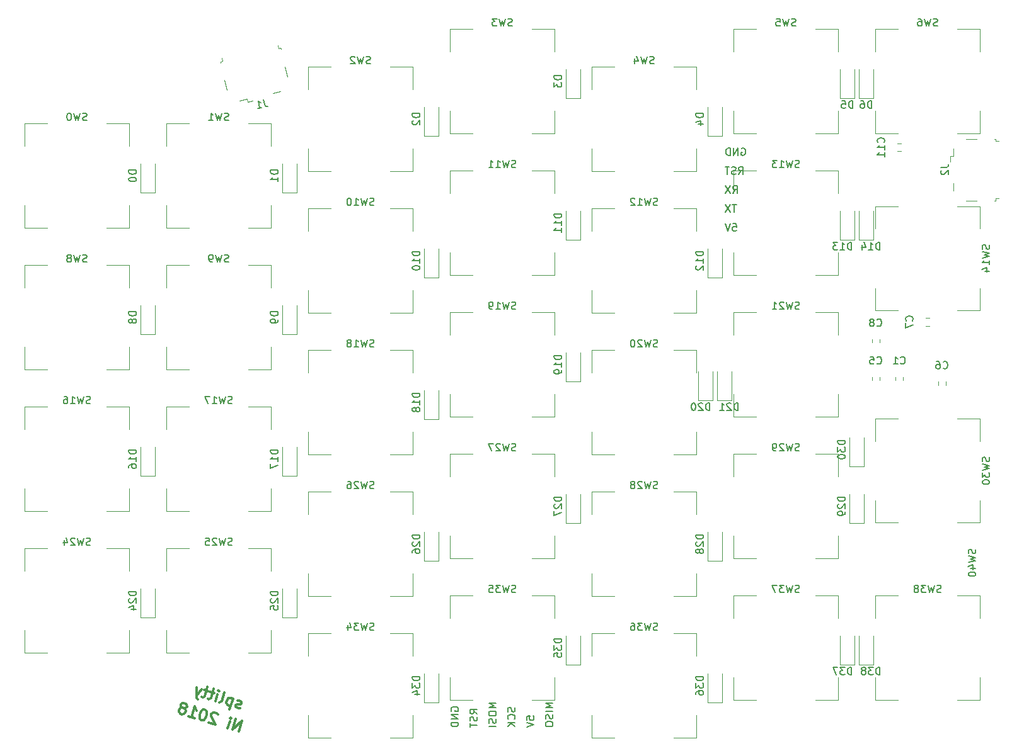
<source format=gbr>
G04 #@! TF.FileFunction,Legend,Bot*
%FSLAX46Y46*%
G04 Gerber Fmt 4.6, Leading zero omitted, Abs format (unit mm)*
G04 Created by KiCad (PCBNEW 4.0.7+dfsg1-1~bpo9+1) date Sat May 26 14:22:04 2018*
%MOMM*%
%LPD*%
G01*
G04 APERTURE LIST*
%ADD10C,0.100000*%
%ADD11C,0.150000*%
%ADD12C,0.300000*%
%ADD13C,0.120000*%
%ADD14C,2.600000*%
%ADD15C,4.400000*%
%ADD16C,2.100000*%
%ADD17R,2.100000X2.100000*%
%ADD18O,2.100000X2.100000*%
%ADD19C,1.850000*%
%ADD20C,1.550000*%
%ADD21C,1.200000*%
%ADD22R,1.400000X1.245000*%
%ADD23R,1.245000X1.400000*%
%ADD24O,2.400000X1.850000*%
%ADD25O,2.200000X1.550000*%
%ADD26O,1.200000X1.200000*%
%ADD27R,1.700000X0.850000*%
%ADD28R,2.100000X2.200000*%
%ADD29R,1.600000X1.300000*%
G04 APERTURE END LIST*
D10*
D11*
X145240238Y-57237381D02*
X145716429Y-57237381D01*
X145764048Y-57713571D01*
X145716429Y-57665952D01*
X145621191Y-57618333D01*
X145383095Y-57618333D01*
X145287857Y-57665952D01*
X145240238Y-57713571D01*
X145192619Y-57808810D01*
X145192619Y-58046905D01*
X145240238Y-58142143D01*
X145287857Y-58189762D01*
X145383095Y-58237381D01*
X145621191Y-58237381D01*
X145716429Y-58189762D01*
X145764048Y-58142143D01*
X144906905Y-57237381D02*
X144573572Y-58237381D01*
X144240238Y-57237381D01*
X145764048Y-54697381D02*
X145192619Y-54697381D01*
X145478334Y-55697381D02*
X145478334Y-54697381D01*
X144954524Y-54697381D02*
X144287857Y-55697381D01*
X144287857Y-54697381D02*
X144954524Y-55697381D01*
X145287857Y-53157381D02*
X145621191Y-52681190D01*
X145859286Y-53157381D02*
X145859286Y-52157381D01*
X145478333Y-52157381D01*
X145383095Y-52205000D01*
X145335476Y-52252619D01*
X145287857Y-52347857D01*
X145287857Y-52490714D01*
X145335476Y-52585952D01*
X145383095Y-52633571D01*
X145478333Y-52681190D01*
X145859286Y-52681190D01*
X144954524Y-52157381D02*
X144287857Y-53157381D01*
X144287857Y-52157381D02*
X144954524Y-53157381D01*
X146049762Y-50617381D02*
X146383096Y-50141190D01*
X146621191Y-50617381D02*
X146621191Y-49617381D01*
X146240238Y-49617381D01*
X146145000Y-49665000D01*
X146097381Y-49712619D01*
X146049762Y-49807857D01*
X146049762Y-49950714D01*
X146097381Y-50045952D01*
X146145000Y-50093571D01*
X146240238Y-50141190D01*
X146621191Y-50141190D01*
X145668810Y-50569762D02*
X145525953Y-50617381D01*
X145287857Y-50617381D01*
X145192619Y-50569762D01*
X145145000Y-50522143D01*
X145097381Y-50426905D01*
X145097381Y-50331667D01*
X145145000Y-50236429D01*
X145192619Y-50188810D01*
X145287857Y-50141190D01*
X145478334Y-50093571D01*
X145573572Y-50045952D01*
X145621191Y-49998333D01*
X145668810Y-49903095D01*
X145668810Y-49807857D01*
X145621191Y-49712619D01*
X145573572Y-49665000D01*
X145478334Y-49617381D01*
X145240238Y-49617381D01*
X145097381Y-49665000D01*
X144811667Y-49617381D02*
X144240238Y-49617381D01*
X144525953Y-50617381D02*
X144525953Y-49617381D01*
X146430714Y-47125000D02*
X146525952Y-47077381D01*
X146668809Y-47077381D01*
X146811667Y-47125000D01*
X146906905Y-47220238D01*
X146954524Y-47315476D01*
X147002143Y-47505952D01*
X147002143Y-47648810D01*
X146954524Y-47839286D01*
X146906905Y-47934524D01*
X146811667Y-48029762D01*
X146668809Y-48077381D01*
X146573571Y-48077381D01*
X146430714Y-48029762D01*
X146383095Y-47982143D01*
X146383095Y-47648810D01*
X146573571Y-47648810D01*
X145954524Y-48077381D02*
X145954524Y-47077381D01*
X145383095Y-48077381D01*
X145383095Y-47077381D01*
X144906905Y-48077381D02*
X144906905Y-47077381D01*
X144668810Y-47077381D01*
X144525952Y-47125000D01*
X144430714Y-47220238D01*
X144383095Y-47315476D01*
X144335476Y-47505952D01*
X144335476Y-47648810D01*
X144383095Y-47839286D01*
X144430714Y-47934524D01*
X144525952Y-48029762D01*
X144668810Y-48077381D01*
X144906905Y-48077381D01*
X121102381Y-121714048D02*
X120102381Y-121714048D01*
X120816667Y-122047382D01*
X120102381Y-122380715D01*
X121102381Y-122380715D01*
X121102381Y-122856905D02*
X120102381Y-122856905D01*
X121054762Y-123285476D02*
X121102381Y-123428333D01*
X121102381Y-123666429D01*
X121054762Y-123761667D01*
X121007143Y-123809286D01*
X120911905Y-123856905D01*
X120816667Y-123856905D01*
X120721429Y-123809286D01*
X120673810Y-123761667D01*
X120626190Y-123666429D01*
X120578571Y-123475952D01*
X120530952Y-123380714D01*
X120483333Y-123333095D01*
X120388095Y-123285476D01*
X120292857Y-123285476D01*
X120197619Y-123333095D01*
X120150000Y-123380714D01*
X120102381Y-123475952D01*
X120102381Y-123714048D01*
X120150000Y-123856905D01*
X120102381Y-124475952D02*
X120102381Y-124666429D01*
X120150000Y-124761667D01*
X120245238Y-124856905D01*
X120435714Y-124904524D01*
X120769048Y-124904524D01*
X120959524Y-124856905D01*
X121054762Y-124761667D01*
X121102381Y-124666429D01*
X121102381Y-124475952D01*
X121054762Y-124380714D01*
X120959524Y-124285476D01*
X120769048Y-124237857D01*
X120435714Y-124237857D01*
X120245238Y-124285476D01*
X120150000Y-124380714D01*
X120102381Y-124475952D01*
X117562381Y-123999762D02*
X117562381Y-123523571D01*
X118038571Y-123475952D01*
X117990952Y-123523571D01*
X117943333Y-123618809D01*
X117943333Y-123856905D01*
X117990952Y-123952143D01*
X118038571Y-123999762D01*
X118133810Y-124047381D01*
X118371905Y-124047381D01*
X118467143Y-123999762D01*
X118514762Y-123952143D01*
X118562381Y-123856905D01*
X118562381Y-123618809D01*
X118514762Y-123523571D01*
X118467143Y-123475952D01*
X117562381Y-124333095D02*
X118562381Y-124666428D01*
X117562381Y-124999762D01*
X115974762Y-122333095D02*
X116022381Y-122475952D01*
X116022381Y-122714048D01*
X115974762Y-122809286D01*
X115927143Y-122856905D01*
X115831905Y-122904524D01*
X115736667Y-122904524D01*
X115641429Y-122856905D01*
X115593810Y-122809286D01*
X115546190Y-122714048D01*
X115498571Y-122523571D01*
X115450952Y-122428333D01*
X115403333Y-122380714D01*
X115308095Y-122333095D01*
X115212857Y-122333095D01*
X115117619Y-122380714D01*
X115070000Y-122428333D01*
X115022381Y-122523571D01*
X115022381Y-122761667D01*
X115070000Y-122904524D01*
X115927143Y-123904524D02*
X115974762Y-123856905D01*
X116022381Y-123714048D01*
X116022381Y-123618810D01*
X115974762Y-123475952D01*
X115879524Y-123380714D01*
X115784286Y-123333095D01*
X115593810Y-123285476D01*
X115450952Y-123285476D01*
X115260476Y-123333095D01*
X115165238Y-123380714D01*
X115070000Y-123475952D01*
X115022381Y-123618810D01*
X115022381Y-123714048D01*
X115070000Y-123856905D01*
X115117619Y-123904524D01*
X116022381Y-124333095D02*
X115022381Y-124333095D01*
X116022381Y-124904524D02*
X115450952Y-124475952D01*
X115022381Y-124904524D02*
X115593810Y-124333095D01*
X113482381Y-121714048D02*
X112482381Y-121714048D01*
X113196667Y-122047382D01*
X112482381Y-122380715D01*
X113482381Y-122380715D01*
X112482381Y-123047381D02*
X112482381Y-123237858D01*
X112530000Y-123333096D01*
X112625238Y-123428334D01*
X112815714Y-123475953D01*
X113149048Y-123475953D01*
X113339524Y-123428334D01*
X113434762Y-123333096D01*
X113482381Y-123237858D01*
X113482381Y-123047381D01*
X113434762Y-122952143D01*
X113339524Y-122856905D01*
X113149048Y-122809286D01*
X112815714Y-122809286D01*
X112625238Y-122856905D01*
X112530000Y-122952143D01*
X112482381Y-123047381D01*
X113434762Y-123856905D02*
X113482381Y-123999762D01*
X113482381Y-124237858D01*
X113434762Y-124333096D01*
X113387143Y-124380715D01*
X113291905Y-124428334D01*
X113196667Y-124428334D01*
X113101429Y-124380715D01*
X113053810Y-124333096D01*
X113006190Y-124237858D01*
X112958571Y-124047381D01*
X112910952Y-123952143D01*
X112863333Y-123904524D01*
X112768095Y-123856905D01*
X112672857Y-123856905D01*
X112577619Y-123904524D01*
X112530000Y-123952143D01*
X112482381Y-124047381D01*
X112482381Y-124285477D01*
X112530000Y-124428334D01*
X113482381Y-124856905D02*
X112482381Y-124856905D01*
X110942381Y-123190238D02*
X110466190Y-122856904D01*
X110942381Y-122618809D02*
X109942381Y-122618809D01*
X109942381Y-122999762D01*
X109990000Y-123095000D01*
X110037619Y-123142619D01*
X110132857Y-123190238D01*
X110275714Y-123190238D01*
X110370952Y-123142619D01*
X110418571Y-123095000D01*
X110466190Y-122999762D01*
X110466190Y-122618809D01*
X110894762Y-123571190D02*
X110942381Y-123714047D01*
X110942381Y-123952143D01*
X110894762Y-124047381D01*
X110847143Y-124095000D01*
X110751905Y-124142619D01*
X110656667Y-124142619D01*
X110561429Y-124095000D01*
X110513810Y-124047381D01*
X110466190Y-123952143D01*
X110418571Y-123761666D01*
X110370952Y-123666428D01*
X110323333Y-123618809D01*
X110228095Y-123571190D01*
X110132857Y-123571190D01*
X110037619Y-123618809D01*
X109990000Y-123666428D01*
X109942381Y-123761666D01*
X109942381Y-123999762D01*
X109990000Y-124142619D01*
X109942381Y-124428333D02*
X109942381Y-124999762D01*
X110942381Y-124714047D02*
X109942381Y-124714047D01*
X107450000Y-122809286D02*
X107402381Y-122714048D01*
X107402381Y-122571191D01*
X107450000Y-122428333D01*
X107545238Y-122333095D01*
X107640476Y-122285476D01*
X107830952Y-122237857D01*
X107973810Y-122237857D01*
X108164286Y-122285476D01*
X108259524Y-122333095D01*
X108354762Y-122428333D01*
X108402381Y-122571191D01*
X108402381Y-122666429D01*
X108354762Y-122809286D01*
X108307143Y-122856905D01*
X107973810Y-122856905D01*
X107973810Y-122666429D01*
X108402381Y-123285476D02*
X107402381Y-123285476D01*
X108402381Y-123856905D01*
X107402381Y-123856905D01*
X108402381Y-124333095D02*
X107402381Y-124333095D01*
X107402381Y-124571190D01*
X107450000Y-124714048D01*
X107545238Y-124809286D01*
X107640476Y-124856905D01*
X107830952Y-124904524D01*
X107973810Y-124904524D01*
X108164286Y-124856905D01*
X108259524Y-124809286D01*
X108354762Y-124714048D01*
X108402381Y-124571190D01*
X108402381Y-124333095D01*
D12*
X78882156Y-125592422D02*
X79325718Y-124159505D01*
X78063346Y-125338958D01*
X78506908Y-123906041D01*
X77381004Y-125127738D02*
X77676712Y-124172460D01*
X77824566Y-123694820D02*
X77871679Y-123784177D01*
X77782322Y-123831290D01*
X77735211Y-123741933D01*
X77824566Y-123694820D01*
X77782322Y-123831290D01*
X76076468Y-123303240D02*
X76029356Y-123213883D01*
X75914010Y-123103404D01*
X75572839Y-122997794D01*
X75415248Y-123023785D01*
X75325892Y-123070897D01*
X75215414Y-123186244D01*
X75173170Y-123322712D01*
X75178038Y-123548537D01*
X75743384Y-124620810D01*
X74856340Y-124346224D01*
X74412858Y-122638720D02*
X74276390Y-122596476D01*
X74118800Y-122622467D01*
X74029443Y-122669580D01*
X73918965Y-122784926D01*
X73766243Y-123036740D01*
X73660633Y-123377911D01*
X73644379Y-123671969D01*
X73670369Y-123829560D01*
X73717482Y-123918916D01*
X73832828Y-124029394D01*
X73969296Y-124071638D01*
X74126886Y-124045648D01*
X74216243Y-123998536D01*
X74326721Y-123883190D01*
X74479443Y-123631375D01*
X74585053Y-123290204D01*
X74601307Y-122996146D01*
X74575317Y-122838556D01*
X74528204Y-122749199D01*
X74412858Y-122638720D01*
X72126974Y-123501344D02*
X72945784Y-123754808D01*
X72536379Y-123628076D02*
X72979941Y-122195158D01*
X73053043Y-122442105D01*
X73147268Y-122620818D01*
X73262614Y-122731296D01*
X71561628Y-122429071D02*
X71719219Y-122403080D01*
X71808575Y-122355968D01*
X71919053Y-122240622D01*
X71940175Y-122172388D01*
X71914185Y-122014798D01*
X71867073Y-121925441D01*
X71751726Y-121814962D01*
X71478790Y-121730474D01*
X71321199Y-121756465D01*
X71231843Y-121803578D01*
X71121365Y-121918924D01*
X71100243Y-121987158D01*
X71126233Y-122144748D01*
X71173345Y-122234104D01*
X71288691Y-122344583D01*
X71561628Y-122429071D01*
X71676975Y-122539549D01*
X71724087Y-122628905D01*
X71750077Y-122786495D01*
X71665589Y-123059432D01*
X71555111Y-123174778D01*
X71465755Y-123221891D01*
X71308164Y-123247880D01*
X71035228Y-123163392D01*
X70919881Y-123052914D01*
X70872769Y-122963558D01*
X70846779Y-122805968D01*
X70931267Y-122533031D01*
X71041745Y-122417685D01*
X71131101Y-122370572D01*
X71288691Y-122344583D01*
X79056884Y-122423920D02*
X78899294Y-122449910D01*
X78626357Y-122365421D01*
X78511010Y-122254944D01*
X78485021Y-122097354D01*
X78506143Y-122029119D01*
X78616620Y-121913773D01*
X78774211Y-121887782D01*
X78978913Y-121951148D01*
X79136503Y-121925159D01*
X79246982Y-121809813D01*
X79268104Y-121741578D01*
X79242113Y-121583988D01*
X79126767Y-121473509D01*
X78922065Y-121410143D01*
X78764474Y-121436134D01*
X78103254Y-121156679D02*
X77659692Y-122589596D01*
X78082132Y-121224913D02*
X77966786Y-121114435D01*
X77693850Y-121029947D01*
X77536260Y-121055938D01*
X77446903Y-121103050D01*
X77336424Y-121218396D01*
X77209692Y-121627801D01*
X77235683Y-121785391D01*
X77282795Y-121874748D01*
X77398142Y-121985225D01*
X77671078Y-122069713D01*
X77828668Y-122043724D01*
X76306394Y-121647273D02*
X76463985Y-121621284D01*
X76574463Y-121505937D01*
X76954659Y-120277722D01*
X75760522Y-121478297D02*
X76056230Y-120523019D01*
X76204084Y-120045380D02*
X76251196Y-120134736D01*
X76161839Y-120181849D01*
X76114728Y-120092492D01*
X76204084Y-120045380D01*
X76161839Y-120181849D01*
X75578590Y-120375165D02*
X75032717Y-120206189D01*
X75521742Y-119834160D02*
X75141545Y-121062375D01*
X75031068Y-121177722D01*
X74873477Y-121203711D01*
X74737009Y-121161467D01*
X74759780Y-120121701D02*
X74213906Y-119952725D01*
X74702931Y-119580695D02*
X74322735Y-120808911D01*
X74212258Y-120924258D01*
X74054667Y-120950247D01*
X73918198Y-120908003D01*
X73872735Y-119847114D02*
X73235856Y-120696783D01*
X73190394Y-119635895D02*
X73235856Y-120696783D01*
X73266716Y-121080198D01*
X73313827Y-121169554D01*
X73429173Y-121280032D01*
D13*
X145400000Y-50150000D02*
X145400000Y-53150000D01*
X148400000Y-50150000D02*
X145400000Y-50150000D01*
X145400000Y-64150000D02*
X145400000Y-61150000D01*
X148400000Y-64150000D02*
X145400000Y-64150000D01*
X159400000Y-64150000D02*
X156400000Y-64150000D01*
X159400000Y-61150000D02*
X159400000Y-64150000D01*
X159400000Y-50150000D02*
X159400000Y-53150000D01*
X156400000Y-50150000D02*
X159400000Y-50150000D01*
X145400000Y-69200000D02*
X145400000Y-72200000D01*
X148400000Y-69200000D02*
X145400000Y-69200000D01*
X145400000Y-83200000D02*
X145400000Y-80200000D01*
X148400000Y-83200000D02*
X145400000Y-83200000D01*
X159400000Y-83200000D02*
X156400000Y-83200000D01*
X159400000Y-80200000D02*
X159400000Y-83200000D01*
X159400000Y-69200000D02*
X159400000Y-72200000D01*
X156400000Y-69200000D02*
X159400000Y-69200000D01*
X88250000Y-36180000D02*
X88250000Y-39180000D01*
X91250000Y-36180000D02*
X88250000Y-36180000D01*
X88250000Y-50180000D02*
X88250000Y-47180000D01*
X91250000Y-50180000D02*
X88250000Y-50180000D01*
X102250000Y-50180000D02*
X99250000Y-50180000D01*
X102250000Y-47180000D02*
X102250000Y-50180000D01*
X102250000Y-36180000D02*
X102250000Y-39180000D01*
X99250000Y-36180000D02*
X102250000Y-36180000D01*
X83491873Y-39712787D02*
X84467023Y-39491239D01*
X80075494Y-40924800D02*
X80782477Y-40764178D01*
X79981336Y-40510362D02*
X80075494Y-40924800D01*
X79006186Y-40731910D02*
X79981336Y-40510362D01*
X85085596Y-36120428D02*
X85395764Y-37485637D01*
X84228103Y-33700261D02*
X84128406Y-33261444D01*
X84520648Y-33633797D02*
X84228103Y-33700261D01*
X84553880Y-33780069D02*
X84520648Y-33633797D01*
X77302025Y-39324489D02*
X76991857Y-37959280D01*
X76426908Y-35472649D02*
X76460140Y-35618922D01*
X76719453Y-35406185D02*
X76426908Y-35472649D01*
X76619756Y-34967368D02*
X76719453Y-35406185D01*
X69200000Y-43800000D02*
X69200000Y-46800000D01*
X72200000Y-43800000D02*
X69200000Y-43800000D01*
X69200000Y-57800000D02*
X69200000Y-54800000D01*
X72200000Y-57800000D02*
X69200000Y-57800000D01*
X83200000Y-57800000D02*
X80200000Y-57800000D01*
X83200000Y-54800000D02*
X83200000Y-57800000D01*
X83200000Y-43800000D02*
X83200000Y-46800000D01*
X80200000Y-43800000D02*
X83200000Y-43800000D01*
X126350000Y-36180000D02*
X126350000Y-39180000D01*
X129350000Y-36180000D02*
X126350000Y-36180000D01*
X126350000Y-50180000D02*
X126350000Y-47180000D01*
X129350000Y-50180000D02*
X126350000Y-50180000D01*
X140350000Y-50180000D02*
X137350000Y-50180000D01*
X140350000Y-47180000D02*
X140350000Y-50180000D01*
X140350000Y-36180000D02*
X140350000Y-39180000D01*
X137350000Y-36180000D02*
X140350000Y-36180000D01*
X145400000Y-31100000D02*
X145400000Y-34100000D01*
X148400000Y-31100000D02*
X145400000Y-31100000D01*
X145400000Y-45100000D02*
X145400000Y-42100000D01*
X148400000Y-45100000D02*
X145400000Y-45100000D01*
X159400000Y-45100000D02*
X156400000Y-45100000D01*
X159400000Y-42100000D02*
X159400000Y-45100000D01*
X159400000Y-31100000D02*
X159400000Y-34100000D01*
X156400000Y-31100000D02*
X159400000Y-31100000D01*
X164450000Y-31100000D02*
X164450000Y-34100000D01*
X167450000Y-31100000D02*
X164450000Y-31100000D01*
X164450000Y-45100000D02*
X164450000Y-42100000D01*
X167450000Y-45100000D02*
X164450000Y-45100000D01*
X178450000Y-45100000D02*
X175450000Y-45100000D01*
X178450000Y-42100000D02*
X178450000Y-45100000D01*
X178450000Y-31100000D02*
X178450000Y-34100000D01*
X175450000Y-31100000D02*
X178450000Y-31100000D01*
X69200000Y-62850000D02*
X69200000Y-65850000D01*
X72200000Y-62850000D02*
X69200000Y-62850000D01*
X69200000Y-76850000D02*
X69200000Y-73850000D01*
X72200000Y-76850000D02*
X69200000Y-76850000D01*
X83200000Y-76850000D02*
X80200000Y-76850000D01*
X83200000Y-73850000D02*
X83200000Y-76850000D01*
X83200000Y-62850000D02*
X83200000Y-65850000D01*
X80200000Y-62850000D02*
X83200000Y-62850000D01*
X88250000Y-55230000D02*
X88250000Y-58230000D01*
X91250000Y-55230000D02*
X88250000Y-55230000D01*
X88250000Y-69230000D02*
X88250000Y-66230000D01*
X91250000Y-69230000D02*
X88250000Y-69230000D01*
X102250000Y-69230000D02*
X99250000Y-69230000D01*
X102250000Y-66230000D02*
X102250000Y-69230000D01*
X102250000Y-55230000D02*
X102250000Y-58230000D01*
X99250000Y-55230000D02*
X102250000Y-55230000D01*
X107300000Y-50150000D02*
X107300000Y-53150000D01*
X110300000Y-50150000D02*
X107300000Y-50150000D01*
X107300000Y-64150000D02*
X107300000Y-61150000D01*
X110300000Y-64150000D02*
X107300000Y-64150000D01*
X121300000Y-64150000D02*
X118300000Y-64150000D01*
X121300000Y-61150000D02*
X121300000Y-64150000D01*
X121300000Y-50150000D02*
X121300000Y-53150000D01*
X118300000Y-50150000D02*
X121300000Y-50150000D01*
X126350000Y-55230000D02*
X126350000Y-58230000D01*
X129350000Y-55230000D02*
X126350000Y-55230000D01*
X126350000Y-69230000D02*
X126350000Y-66230000D01*
X129350000Y-69230000D02*
X126350000Y-69230000D01*
X140350000Y-69230000D02*
X137350000Y-69230000D01*
X140350000Y-66230000D02*
X140350000Y-69230000D01*
X140350000Y-55230000D02*
X140350000Y-58230000D01*
X137350000Y-55230000D02*
X140350000Y-55230000D01*
X69200000Y-81900000D02*
X69200000Y-84900000D01*
X72200000Y-81900000D02*
X69200000Y-81900000D01*
X69200000Y-95900000D02*
X69200000Y-92900000D01*
X72200000Y-95900000D02*
X69200000Y-95900000D01*
X83200000Y-95900000D02*
X80200000Y-95900000D01*
X83200000Y-92900000D02*
X83200000Y-95900000D01*
X83200000Y-81900000D02*
X83200000Y-84900000D01*
X80200000Y-81900000D02*
X83200000Y-81900000D01*
X88250000Y-74280000D02*
X88250000Y-77280000D01*
X91250000Y-74280000D02*
X88250000Y-74280000D01*
X88250000Y-88280000D02*
X88250000Y-85280000D01*
X91250000Y-88280000D02*
X88250000Y-88280000D01*
X102250000Y-88280000D02*
X99250000Y-88280000D01*
X102250000Y-85280000D02*
X102250000Y-88280000D01*
X102250000Y-74280000D02*
X102250000Y-77280000D01*
X99250000Y-74280000D02*
X102250000Y-74280000D01*
X107300000Y-69200000D02*
X107300000Y-72200000D01*
X110300000Y-69200000D02*
X107300000Y-69200000D01*
X107300000Y-83200000D02*
X107300000Y-80200000D01*
X110300000Y-83200000D02*
X107300000Y-83200000D01*
X121300000Y-83200000D02*
X118300000Y-83200000D01*
X121300000Y-80200000D02*
X121300000Y-83200000D01*
X121300000Y-69200000D02*
X121300000Y-72200000D01*
X118300000Y-69200000D02*
X121300000Y-69200000D01*
X126350000Y-74280000D02*
X126350000Y-77280000D01*
X129350000Y-74280000D02*
X126350000Y-74280000D01*
X126350000Y-88280000D02*
X126350000Y-85280000D01*
X129350000Y-88280000D02*
X126350000Y-88280000D01*
X140350000Y-88280000D02*
X137350000Y-88280000D01*
X140350000Y-85280000D02*
X140350000Y-88280000D01*
X140350000Y-74280000D02*
X140350000Y-77280000D01*
X137350000Y-74280000D02*
X140350000Y-74280000D01*
X69200000Y-100950000D02*
X69200000Y-103950000D01*
X72200000Y-100950000D02*
X69200000Y-100950000D01*
X69200000Y-114950000D02*
X69200000Y-111950000D01*
X72200000Y-114950000D02*
X69200000Y-114950000D01*
X83200000Y-114950000D02*
X80200000Y-114950000D01*
X83200000Y-111950000D02*
X83200000Y-114950000D01*
X83200000Y-100950000D02*
X83200000Y-103950000D01*
X80200000Y-100950000D02*
X83200000Y-100950000D01*
X88250000Y-93330000D02*
X88250000Y-96330000D01*
X91250000Y-93330000D02*
X88250000Y-93330000D01*
X88250000Y-107330000D02*
X88250000Y-104330000D01*
X91250000Y-107330000D02*
X88250000Y-107330000D01*
X102250000Y-107330000D02*
X99250000Y-107330000D01*
X102250000Y-104330000D02*
X102250000Y-107330000D01*
X102250000Y-93330000D02*
X102250000Y-96330000D01*
X99250000Y-93330000D02*
X102250000Y-93330000D01*
X107300000Y-88250000D02*
X107300000Y-91250000D01*
X110300000Y-88250000D02*
X107300000Y-88250000D01*
X107300000Y-102250000D02*
X107300000Y-99250000D01*
X110300000Y-102250000D02*
X107300000Y-102250000D01*
X121300000Y-102250000D02*
X118300000Y-102250000D01*
X121300000Y-99250000D02*
X121300000Y-102250000D01*
X121300000Y-88250000D02*
X121300000Y-91250000D01*
X118300000Y-88250000D02*
X121300000Y-88250000D01*
X126350000Y-93330000D02*
X126350000Y-96330000D01*
X129350000Y-93330000D02*
X126350000Y-93330000D01*
X126350000Y-107330000D02*
X126350000Y-104330000D01*
X129350000Y-107330000D02*
X126350000Y-107330000D01*
X140350000Y-107330000D02*
X137350000Y-107330000D01*
X140350000Y-104330000D02*
X140350000Y-107330000D01*
X140350000Y-93330000D02*
X140350000Y-96330000D01*
X137350000Y-93330000D02*
X140350000Y-93330000D01*
X145400000Y-88250000D02*
X145400000Y-91250000D01*
X148400000Y-88250000D02*
X145400000Y-88250000D01*
X145400000Y-102250000D02*
X145400000Y-99250000D01*
X148400000Y-102250000D02*
X145400000Y-102250000D01*
X159400000Y-102250000D02*
X156400000Y-102250000D01*
X159400000Y-99250000D02*
X159400000Y-102250000D01*
X159400000Y-88250000D02*
X159400000Y-91250000D01*
X156400000Y-88250000D02*
X159400000Y-88250000D01*
X88250000Y-112380000D02*
X88250000Y-115380000D01*
X91250000Y-112380000D02*
X88250000Y-112380000D01*
X88250000Y-126380000D02*
X88250000Y-123380000D01*
X91250000Y-126380000D02*
X88250000Y-126380000D01*
X102250000Y-126380000D02*
X99250000Y-126380000D01*
X102250000Y-123380000D02*
X102250000Y-126380000D01*
X102250000Y-112380000D02*
X102250000Y-115380000D01*
X99250000Y-112380000D02*
X102250000Y-112380000D01*
X107300000Y-107300000D02*
X107300000Y-110300000D01*
X110300000Y-107300000D02*
X107300000Y-107300000D01*
X107300000Y-121300000D02*
X107300000Y-118300000D01*
X110300000Y-121300000D02*
X107300000Y-121300000D01*
X121300000Y-121300000D02*
X118300000Y-121300000D01*
X121300000Y-118300000D02*
X121300000Y-121300000D01*
X121300000Y-107300000D02*
X121300000Y-110300000D01*
X118300000Y-107300000D02*
X121300000Y-107300000D01*
X126350000Y-112380000D02*
X126350000Y-115380000D01*
X129350000Y-112380000D02*
X126350000Y-112380000D01*
X126350000Y-126380000D02*
X126350000Y-123380000D01*
X129350000Y-126380000D02*
X126350000Y-126380000D01*
X140350000Y-126380000D02*
X137350000Y-126380000D01*
X140350000Y-123380000D02*
X140350000Y-126380000D01*
X140350000Y-112380000D02*
X140350000Y-115380000D01*
X137350000Y-112380000D02*
X140350000Y-112380000D01*
X145400000Y-107300000D02*
X145400000Y-110300000D01*
X148400000Y-107300000D02*
X145400000Y-107300000D01*
X145400000Y-121300000D02*
X145400000Y-118300000D01*
X148400000Y-121300000D02*
X145400000Y-121300000D01*
X159400000Y-121300000D02*
X156400000Y-121300000D01*
X159400000Y-118300000D02*
X159400000Y-121300000D01*
X159400000Y-107300000D02*
X159400000Y-110300000D01*
X156400000Y-107300000D02*
X159400000Y-107300000D01*
X164450000Y-107300000D02*
X164450000Y-110300000D01*
X167450000Y-107300000D02*
X164450000Y-107300000D01*
X164450000Y-121300000D02*
X164450000Y-118300000D01*
X167450000Y-121300000D02*
X164450000Y-121300000D01*
X178450000Y-121300000D02*
X175450000Y-121300000D01*
X178450000Y-118300000D02*
X178450000Y-121300000D01*
X178450000Y-107300000D02*
X178450000Y-110300000D01*
X175450000Y-107300000D02*
X178450000Y-107300000D01*
X50150000Y-43800000D02*
X50150000Y-46800000D01*
X53150000Y-43800000D02*
X50150000Y-43800000D01*
X50150000Y-57800000D02*
X50150000Y-54800000D01*
X53150000Y-57800000D02*
X50150000Y-57800000D01*
X64150000Y-57800000D02*
X61150000Y-57800000D01*
X64150000Y-54800000D02*
X64150000Y-57800000D01*
X64150000Y-43800000D02*
X64150000Y-46800000D01*
X61150000Y-43800000D02*
X64150000Y-43800000D01*
X50150000Y-62850000D02*
X50150000Y-65850000D01*
X53150000Y-62850000D02*
X50150000Y-62850000D01*
X50150000Y-76850000D02*
X50150000Y-73850000D01*
X53150000Y-76850000D02*
X50150000Y-76850000D01*
X64150000Y-76850000D02*
X61150000Y-76850000D01*
X64150000Y-73850000D02*
X64150000Y-76850000D01*
X64150000Y-62850000D02*
X64150000Y-65850000D01*
X61150000Y-62850000D02*
X64150000Y-62850000D01*
X50150000Y-81900000D02*
X50150000Y-84900000D01*
X53150000Y-81900000D02*
X50150000Y-81900000D01*
X50150000Y-95900000D02*
X50150000Y-92900000D01*
X53150000Y-95900000D02*
X50150000Y-95900000D01*
X64150000Y-95900000D02*
X61150000Y-95900000D01*
X64150000Y-92900000D02*
X64150000Y-95900000D01*
X64150000Y-81900000D02*
X64150000Y-84900000D01*
X61150000Y-81900000D02*
X64150000Y-81900000D01*
X50150000Y-100950000D02*
X50150000Y-103950000D01*
X53150000Y-100950000D02*
X50150000Y-100950000D01*
X50150000Y-114950000D02*
X50150000Y-111950000D01*
X53150000Y-114950000D02*
X50150000Y-114950000D01*
X64150000Y-114950000D02*
X61150000Y-114950000D01*
X64150000Y-111950000D02*
X64150000Y-114950000D01*
X64150000Y-100950000D02*
X64150000Y-103950000D01*
X61150000Y-100950000D02*
X64150000Y-100950000D01*
X107300000Y-31100000D02*
X107300000Y-34100000D01*
X110300000Y-31100000D02*
X107300000Y-31100000D01*
X107300000Y-45100000D02*
X107300000Y-42100000D01*
X110300000Y-45100000D02*
X107300000Y-45100000D01*
X121300000Y-45100000D02*
X118300000Y-45100000D01*
X121300000Y-42100000D02*
X121300000Y-45100000D01*
X121300000Y-31100000D02*
X121300000Y-34100000D01*
X118300000Y-31100000D02*
X121300000Y-31100000D01*
X163955000Y-72805000D02*
X163955000Y-73245000D01*
X164975000Y-72805000D02*
X164975000Y-73245000D01*
X171230000Y-70995000D02*
X171670000Y-70995000D01*
X171230000Y-69975000D02*
X171670000Y-69975000D01*
X163955000Y-77885000D02*
X163955000Y-78325000D01*
X164975000Y-77885000D02*
X164975000Y-78325000D01*
X168150000Y-78325000D02*
X168150000Y-77885000D01*
X167130000Y-78325000D02*
X167130000Y-77885000D01*
X174892000Y-51800000D02*
X174892000Y-52800000D01*
X174467000Y-48200000D02*
X174467000Y-48925000D01*
X174892000Y-48200000D02*
X174467000Y-48200000D01*
X174892000Y-47200000D02*
X174892000Y-48200000D01*
X178042000Y-54150000D02*
X176642000Y-54150000D01*
X180592000Y-53850000D02*
X181042000Y-53850000D01*
X180592000Y-54150000D02*
X180592000Y-53850000D01*
X180442000Y-54150000D02*
X180592000Y-54150000D01*
X176642000Y-45850000D02*
X178042000Y-45850000D01*
X180592000Y-45850000D02*
X180442000Y-45850000D01*
X180592000Y-46150000D02*
X180592000Y-45850000D01*
X181042000Y-46150000D02*
X180592000Y-46150000D01*
X173865000Y-78960000D02*
X173865000Y-78520000D01*
X172845000Y-78960000D02*
X172845000Y-78520000D01*
X167860000Y-46480000D02*
X167420000Y-46480000D01*
X167860000Y-47500000D02*
X167420000Y-47500000D01*
X178450000Y-54912500D02*
X178450000Y-57912500D01*
X175450000Y-54912500D02*
X178450000Y-54912500D01*
X164450000Y-54912500D02*
X167450000Y-54912500D01*
X164450000Y-57912500D02*
X164450000Y-54912500D01*
X164450000Y-68912500D02*
X164450000Y-65912500D01*
X167450000Y-68912500D02*
X164450000Y-68912500D01*
X178450000Y-68912500D02*
X175450000Y-68912500D01*
X178450000Y-65912500D02*
X178450000Y-68912500D01*
X178450000Y-83487500D02*
X178450000Y-86487500D01*
X175450000Y-83487500D02*
X178450000Y-83487500D01*
X164450000Y-83487500D02*
X167450000Y-83487500D01*
X164450000Y-86487500D02*
X164450000Y-83487500D01*
X164450000Y-97487500D02*
X164450000Y-94487500D01*
X167450000Y-97487500D02*
X164450000Y-97487500D01*
X178450000Y-97487500D02*
X175450000Y-97487500D01*
X178450000Y-94487500D02*
X178450000Y-97487500D01*
X65675000Y-53050000D02*
X65675000Y-49150000D01*
X65675000Y-53050000D02*
X67675000Y-53050000D01*
X67675000Y-53050000D02*
X67675000Y-49150000D01*
X84725000Y-53050000D02*
X84725000Y-49150000D01*
X84725000Y-53050000D02*
X86725000Y-53050000D01*
X86725000Y-53050000D02*
X86725000Y-49150000D01*
X103775000Y-45430000D02*
X103775000Y-41530000D01*
X103775000Y-45430000D02*
X105775000Y-45430000D01*
X105775000Y-45430000D02*
X105775000Y-41530000D01*
X122825000Y-40350000D02*
X122825000Y-36450000D01*
X122825000Y-40350000D02*
X124825000Y-40350000D01*
X124825000Y-40350000D02*
X124825000Y-36450000D01*
X141875000Y-45430000D02*
X141875000Y-41530000D01*
X141875000Y-45430000D02*
X143875000Y-45430000D01*
X143875000Y-45430000D02*
X143875000Y-41530000D01*
X159655000Y-40350000D02*
X159655000Y-36450000D01*
X159655000Y-40350000D02*
X161655000Y-40350000D01*
X161655000Y-40350000D02*
X161655000Y-36450000D01*
X162195000Y-40350000D02*
X162195000Y-36450000D01*
X162195000Y-40350000D02*
X164195000Y-40350000D01*
X164195000Y-40350000D02*
X164195000Y-36450000D01*
X65675000Y-72100000D02*
X65675000Y-68200000D01*
X65675000Y-72100000D02*
X67675000Y-72100000D01*
X67675000Y-72100000D02*
X67675000Y-68200000D01*
X84725000Y-72100000D02*
X84725000Y-68200000D01*
X84725000Y-72100000D02*
X86725000Y-72100000D01*
X86725000Y-72100000D02*
X86725000Y-68200000D01*
X103775000Y-64480000D02*
X103775000Y-60580000D01*
X103775000Y-64480000D02*
X105775000Y-64480000D01*
X105775000Y-64480000D02*
X105775000Y-60580000D01*
X122825000Y-59400000D02*
X122825000Y-55500000D01*
X122825000Y-59400000D02*
X124825000Y-59400000D01*
X124825000Y-59400000D02*
X124825000Y-55500000D01*
X141875000Y-64480000D02*
X141875000Y-60580000D01*
X141875000Y-64480000D02*
X143875000Y-64480000D01*
X143875000Y-64480000D02*
X143875000Y-60580000D01*
X159655000Y-59400000D02*
X159655000Y-55500000D01*
X159655000Y-59400000D02*
X161655000Y-59400000D01*
X161655000Y-59400000D02*
X161655000Y-55500000D01*
X162195000Y-59400000D02*
X162195000Y-55500000D01*
X162195000Y-59400000D02*
X164195000Y-59400000D01*
X164195000Y-59400000D02*
X164195000Y-55500000D01*
X65675000Y-91150000D02*
X65675000Y-87250000D01*
X65675000Y-91150000D02*
X67675000Y-91150000D01*
X67675000Y-91150000D02*
X67675000Y-87250000D01*
X84725000Y-91150000D02*
X84725000Y-87250000D01*
X84725000Y-91150000D02*
X86725000Y-91150000D01*
X86725000Y-91150000D02*
X86725000Y-87250000D01*
X103775000Y-83530000D02*
X103775000Y-79630000D01*
X103775000Y-83530000D02*
X105775000Y-83530000D01*
X105775000Y-83530000D02*
X105775000Y-79630000D01*
X122825000Y-78450000D02*
X122825000Y-74550000D01*
X122825000Y-78450000D02*
X124825000Y-78450000D01*
X124825000Y-78450000D02*
X124825000Y-74550000D01*
X140605000Y-80990000D02*
X140605000Y-77090000D01*
X140605000Y-80990000D02*
X142605000Y-80990000D01*
X142605000Y-80990000D02*
X142605000Y-77090000D01*
X143145000Y-80990000D02*
X143145000Y-77090000D01*
X143145000Y-80990000D02*
X145145000Y-80990000D01*
X145145000Y-80990000D02*
X145145000Y-77090000D01*
X65675000Y-110200000D02*
X65675000Y-106300000D01*
X65675000Y-110200000D02*
X67675000Y-110200000D01*
X67675000Y-110200000D02*
X67675000Y-106300000D01*
X84725000Y-110200000D02*
X84725000Y-106300000D01*
X84725000Y-110200000D02*
X86725000Y-110200000D01*
X86725000Y-110200000D02*
X86725000Y-106300000D01*
X103775000Y-102580000D02*
X103775000Y-98680000D01*
X103775000Y-102580000D02*
X105775000Y-102580000D01*
X105775000Y-102580000D02*
X105775000Y-98680000D01*
X122825000Y-97500000D02*
X122825000Y-93600000D01*
X122825000Y-97500000D02*
X124825000Y-97500000D01*
X124825000Y-97500000D02*
X124825000Y-93600000D01*
X141875000Y-102580000D02*
X141875000Y-98680000D01*
X141875000Y-102580000D02*
X143875000Y-102580000D01*
X143875000Y-102580000D02*
X143875000Y-98680000D01*
X160925000Y-97500000D02*
X160925000Y-93600000D01*
X160925000Y-97500000D02*
X162925000Y-97500000D01*
X162925000Y-97500000D02*
X162925000Y-93600000D01*
X160925000Y-89880000D02*
X160925000Y-85980000D01*
X160925000Y-89880000D02*
X162925000Y-89880000D01*
X162925000Y-89880000D02*
X162925000Y-85980000D01*
X103775000Y-121630000D02*
X103775000Y-117730000D01*
X103775000Y-121630000D02*
X105775000Y-121630000D01*
X105775000Y-121630000D02*
X105775000Y-117730000D01*
X122825000Y-116550000D02*
X122825000Y-112650000D01*
X122825000Y-116550000D02*
X124825000Y-116550000D01*
X124825000Y-116550000D02*
X124825000Y-112650000D01*
X141875000Y-121630000D02*
X141875000Y-117730000D01*
X141875000Y-121630000D02*
X143875000Y-121630000D01*
X143875000Y-121630000D02*
X143875000Y-117730000D01*
X159655000Y-116550000D02*
X159655000Y-112650000D01*
X159655000Y-116550000D02*
X161655000Y-116550000D01*
X161655000Y-116550000D02*
X161655000Y-112650000D01*
X162195000Y-116550000D02*
X162195000Y-112650000D01*
X162195000Y-116550000D02*
X164195000Y-116550000D01*
X164195000Y-116550000D02*
X164195000Y-112650000D01*
D11*
X154209524Y-49680762D02*
X154066667Y-49728381D01*
X153828571Y-49728381D01*
X153733333Y-49680762D01*
X153685714Y-49633143D01*
X153638095Y-49537905D01*
X153638095Y-49442667D01*
X153685714Y-49347429D01*
X153733333Y-49299810D01*
X153828571Y-49252190D01*
X154019048Y-49204571D01*
X154114286Y-49156952D01*
X154161905Y-49109333D01*
X154209524Y-49014095D01*
X154209524Y-48918857D01*
X154161905Y-48823619D01*
X154114286Y-48776000D01*
X154019048Y-48728381D01*
X153780952Y-48728381D01*
X153638095Y-48776000D01*
X153304762Y-48728381D02*
X153066667Y-49728381D01*
X152876190Y-49014095D01*
X152685714Y-49728381D01*
X152447619Y-48728381D01*
X151542857Y-49728381D02*
X152114286Y-49728381D01*
X151828572Y-49728381D02*
X151828572Y-48728381D01*
X151923810Y-48871238D01*
X152019048Y-48966476D01*
X152114286Y-49014095D01*
X151209524Y-48728381D02*
X150590476Y-48728381D01*
X150923810Y-49109333D01*
X150780952Y-49109333D01*
X150685714Y-49156952D01*
X150638095Y-49204571D01*
X150590476Y-49299810D01*
X150590476Y-49537905D01*
X150638095Y-49633143D01*
X150685714Y-49680762D01*
X150780952Y-49728381D01*
X151066667Y-49728381D01*
X151161905Y-49680762D01*
X151209524Y-49633143D01*
X154209524Y-68730762D02*
X154066667Y-68778381D01*
X153828571Y-68778381D01*
X153733333Y-68730762D01*
X153685714Y-68683143D01*
X153638095Y-68587905D01*
X153638095Y-68492667D01*
X153685714Y-68397429D01*
X153733333Y-68349810D01*
X153828571Y-68302190D01*
X154019048Y-68254571D01*
X154114286Y-68206952D01*
X154161905Y-68159333D01*
X154209524Y-68064095D01*
X154209524Y-67968857D01*
X154161905Y-67873619D01*
X154114286Y-67826000D01*
X154019048Y-67778381D01*
X153780952Y-67778381D01*
X153638095Y-67826000D01*
X153304762Y-67778381D02*
X153066667Y-68778381D01*
X152876190Y-68064095D01*
X152685714Y-68778381D01*
X152447619Y-67778381D01*
X152114286Y-67873619D02*
X152066667Y-67826000D01*
X151971429Y-67778381D01*
X151733333Y-67778381D01*
X151638095Y-67826000D01*
X151590476Y-67873619D01*
X151542857Y-67968857D01*
X151542857Y-68064095D01*
X151590476Y-68206952D01*
X152161905Y-68778381D01*
X151542857Y-68778381D01*
X150590476Y-68778381D02*
X151161905Y-68778381D01*
X150876191Y-68778381D02*
X150876191Y-67778381D01*
X150971429Y-67921238D01*
X151066667Y-68016476D01*
X151161905Y-68064095D01*
X96583333Y-35710762D02*
X96440476Y-35758381D01*
X96202380Y-35758381D01*
X96107142Y-35710762D01*
X96059523Y-35663143D01*
X96011904Y-35567905D01*
X96011904Y-35472667D01*
X96059523Y-35377429D01*
X96107142Y-35329810D01*
X96202380Y-35282190D01*
X96392857Y-35234571D01*
X96488095Y-35186952D01*
X96535714Y-35139333D01*
X96583333Y-35044095D01*
X96583333Y-34948857D01*
X96535714Y-34853619D01*
X96488095Y-34806000D01*
X96392857Y-34758381D01*
X96154761Y-34758381D01*
X96011904Y-34806000D01*
X95678571Y-34758381D02*
X95440476Y-35758381D01*
X95249999Y-35044095D01*
X95059523Y-35758381D01*
X94821428Y-34758381D01*
X94488095Y-34853619D02*
X94440476Y-34806000D01*
X94345238Y-34758381D01*
X94107142Y-34758381D01*
X94011904Y-34806000D01*
X93964285Y-34853619D01*
X93916666Y-34948857D01*
X93916666Y-35044095D01*
X93964285Y-35186952D01*
X94535714Y-35758381D01*
X93916666Y-35758381D01*
X82184033Y-40576379D02*
X82342282Y-41272915D01*
X82420369Y-41401672D01*
X82534340Y-41473443D01*
X82684197Y-41488229D01*
X82777068Y-41467129D01*
X81430432Y-41773077D02*
X81987661Y-41646478D01*
X81709047Y-41709777D02*
X81487499Y-40734628D01*
X81612020Y-40852835D01*
X81725991Y-40924607D01*
X81829412Y-40949942D01*
X77533333Y-43330762D02*
X77390476Y-43378381D01*
X77152380Y-43378381D01*
X77057142Y-43330762D01*
X77009523Y-43283143D01*
X76961904Y-43187905D01*
X76961904Y-43092667D01*
X77009523Y-42997429D01*
X77057142Y-42949810D01*
X77152380Y-42902190D01*
X77342857Y-42854571D01*
X77438095Y-42806952D01*
X77485714Y-42759333D01*
X77533333Y-42664095D01*
X77533333Y-42568857D01*
X77485714Y-42473619D01*
X77438095Y-42426000D01*
X77342857Y-42378381D01*
X77104761Y-42378381D01*
X76961904Y-42426000D01*
X76628571Y-42378381D02*
X76390476Y-43378381D01*
X76199999Y-42664095D01*
X76009523Y-43378381D01*
X75771428Y-42378381D01*
X74866666Y-43378381D02*
X75438095Y-43378381D01*
X75152381Y-43378381D02*
X75152381Y-42378381D01*
X75247619Y-42521238D01*
X75342857Y-42616476D01*
X75438095Y-42664095D01*
X134683333Y-35710762D02*
X134540476Y-35758381D01*
X134302380Y-35758381D01*
X134207142Y-35710762D01*
X134159523Y-35663143D01*
X134111904Y-35567905D01*
X134111904Y-35472667D01*
X134159523Y-35377429D01*
X134207142Y-35329810D01*
X134302380Y-35282190D01*
X134492857Y-35234571D01*
X134588095Y-35186952D01*
X134635714Y-35139333D01*
X134683333Y-35044095D01*
X134683333Y-34948857D01*
X134635714Y-34853619D01*
X134588095Y-34806000D01*
X134492857Y-34758381D01*
X134254761Y-34758381D01*
X134111904Y-34806000D01*
X133778571Y-34758381D02*
X133540476Y-35758381D01*
X133349999Y-35044095D01*
X133159523Y-35758381D01*
X132921428Y-34758381D01*
X132111904Y-35091714D02*
X132111904Y-35758381D01*
X132350000Y-34710762D02*
X132588095Y-35425048D01*
X131969047Y-35425048D01*
X153733333Y-30630762D02*
X153590476Y-30678381D01*
X153352380Y-30678381D01*
X153257142Y-30630762D01*
X153209523Y-30583143D01*
X153161904Y-30487905D01*
X153161904Y-30392667D01*
X153209523Y-30297429D01*
X153257142Y-30249810D01*
X153352380Y-30202190D01*
X153542857Y-30154571D01*
X153638095Y-30106952D01*
X153685714Y-30059333D01*
X153733333Y-29964095D01*
X153733333Y-29868857D01*
X153685714Y-29773619D01*
X153638095Y-29726000D01*
X153542857Y-29678381D01*
X153304761Y-29678381D01*
X153161904Y-29726000D01*
X152828571Y-29678381D02*
X152590476Y-30678381D01*
X152399999Y-29964095D01*
X152209523Y-30678381D01*
X151971428Y-29678381D01*
X151114285Y-29678381D02*
X151590476Y-29678381D01*
X151638095Y-30154571D01*
X151590476Y-30106952D01*
X151495238Y-30059333D01*
X151257142Y-30059333D01*
X151161904Y-30106952D01*
X151114285Y-30154571D01*
X151066666Y-30249810D01*
X151066666Y-30487905D01*
X151114285Y-30583143D01*
X151161904Y-30630762D01*
X151257142Y-30678381D01*
X151495238Y-30678381D01*
X151590476Y-30630762D01*
X151638095Y-30583143D01*
X172783333Y-30630762D02*
X172640476Y-30678381D01*
X172402380Y-30678381D01*
X172307142Y-30630762D01*
X172259523Y-30583143D01*
X172211904Y-30487905D01*
X172211904Y-30392667D01*
X172259523Y-30297429D01*
X172307142Y-30249810D01*
X172402380Y-30202190D01*
X172592857Y-30154571D01*
X172688095Y-30106952D01*
X172735714Y-30059333D01*
X172783333Y-29964095D01*
X172783333Y-29868857D01*
X172735714Y-29773619D01*
X172688095Y-29726000D01*
X172592857Y-29678381D01*
X172354761Y-29678381D01*
X172211904Y-29726000D01*
X171878571Y-29678381D02*
X171640476Y-30678381D01*
X171449999Y-29964095D01*
X171259523Y-30678381D01*
X171021428Y-29678381D01*
X170211904Y-29678381D02*
X170402381Y-29678381D01*
X170497619Y-29726000D01*
X170545238Y-29773619D01*
X170640476Y-29916476D01*
X170688095Y-30106952D01*
X170688095Y-30487905D01*
X170640476Y-30583143D01*
X170592857Y-30630762D01*
X170497619Y-30678381D01*
X170307142Y-30678381D01*
X170211904Y-30630762D01*
X170164285Y-30583143D01*
X170116666Y-30487905D01*
X170116666Y-30249810D01*
X170164285Y-30154571D01*
X170211904Y-30106952D01*
X170307142Y-30059333D01*
X170497619Y-30059333D01*
X170592857Y-30106952D01*
X170640476Y-30154571D01*
X170688095Y-30249810D01*
X77533333Y-62380762D02*
X77390476Y-62428381D01*
X77152380Y-62428381D01*
X77057142Y-62380762D01*
X77009523Y-62333143D01*
X76961904Y-62237905D01*
X76961904Y-62142667D01*
X77009523Y-62047429D01*
X77057142Y-61999810D01*
X77152380Y-61952190D01*
X77342857Y-61904571D01*
X77438095Y-61856952D01*
X77485714Y-61809333D01*
X77533333Y-61714095D01*
X77533333Y-61618857D01*
X77485714Y-61523619D01*
X77438095Y-61476000D01*
X77342857Y-61428381D01*
X77104761Y-61428381D01*
X76961904Y-61476000D01*
X76628571Y-61428381D02*
X76390476Y-62428381D01*
X76199999Y-61714095D01*
X76009523Y-62428381D01*
X75771428Y-61428381D01*
X75342857Y-62428381D02*
X75152381Y-62428381D01*
X75057142Y-62380762D01*
X75009523Y-62333143D01*
X74914285Y-62190286D01*
X74866666Y-61999810D01*
X74866666Y-61618857D01*
X74914285Y-61523619D01*
X74961904Y-61476000D01*
X75057142Y-61428381D01*
X75247619Y-61428381D01*
X75342857Y-61476000D01*
X75390476Y-61523619D01*
X75438095Y-61618857D01*
X75438095Y-61856952D01*
X75390476Y-61952190D01*
X75342857Y-61999810D01*
X75247619Y-62047429D01*
X75057142Y-62047429D01*
X74961904Y-61999810D01*
X74914285Y-61952190D01*
X74866666Y-61856952D01*
X97059524Y-54760762D02*
X96916667Y-54808381D01*
X96678571Y-54808381D01*
X96583333Y-54760762D01*
X96535714Y-54713143D01*
X96488095Y-54617905D01*
X96488095Y-54522667D01*
X96535714Y-54427429D01*
X96583333Y-54379810D01*
X96678571Y-54332190D01*
X96869048Y-54284571D01*
X96964286Y-54236952D01*
X97011905Y-54189333D01*
X97059524Y-54094095D01*
X97059524Y-53998857D01*
X97011905Y-53903619D01*
X96964286Y-53856000D01*
X96869048Y-53808381D01*
X96630952Y-53808381D01*
X96488095Y-53856000D01*
X96154762Y-53808381D02*
X95916667Y-54808381D01*
X95726190Y-54094095D01*
X95535714Y-54808381D01*
X95297619Y-53808381D01*
X94392857Y-54808381D02*
X94964286Y-54808381D01*
X94678572Y-54808381D02*
X94678572Y-53808381D01*
X94773810Y-53951238D01*
X94869048Y-54046476D01*
X94964286Y-54094095D01*
X93773810Y-53808381D02*
X93678571Y-53808381D01*
X93583333Y-53856000D01*
X93535714Y-53903619D01*
X93488095Y-53998857D01*
X93440476Y-54189333D01*
X93440476Y-54427429D01*
X93488095Y-54617905D01*
X93535714Y-54713143D01*
X93583333Y-54760762D01*
X93678571Y-54808381D01*
X93773810Y-54808381D01*
X93869048Y-54760762D01*
X93916667Y-54713143D01*
X93964286Y-54617905D01*
X94011905Y-54427429D01*
X94011905Y-54189333D01*
X93964286Y-53998857D01*
X93916667Y-53903619D01*
X93869048Y-53856000D01*
X93773810Y-53808381D01*
X116109524Y-49680762D02*
X115966667Y-49728381D01*
X115728571Y-49728381D01*
X115633333Y-49680762D01*
X115585714Y-49633143D01*
X115538095Y-49537905D01*
X115538095Y-49442667D01*
X115585714Y-49347429D01*
X115633333Y-49299810D01*
X115728571Y-49252190D01*
X115919048Y-49204571D01*
X116014286Y-49156952D01*
X116061905Y-49109333D01*
X116109524Y-49014095D01*
X116109524Y-48918857D01*
X116061905Y-48823619D01*
X116014286Y-48776000D01*
X115919048Y-48728381D01*
X115680952Y-48728381D01*
X115538095Y-48776000D01*
X115204762Y-48728381D02*
X114966667Y-49728381D01*
X114776190Y-49014095D01*
X114585714Y-49728381D01*
X114347619Y-48728381D01*
X113442857Y-49728381D02*
X114014286Y-49728381D01*
X113728572Y-49728381D02*
X113728572Y-48728381D01*
X113823810Y-48871238D01*
X113919048Y-48966476D01*
X114014286Y-49014095D01*
X112490476Y-49728381D02*
X113061905Y-49728381D01*
X112776191Y-49728381D02*
X112776191Y-48728381D01*
X112871429Y-48871238D01*
X112966667Y-48966476D01*
X113061905Y-49014095D01*
X135159524Y-54760762D02*
X135016667Y-54808381D01*
X134778571Y-54808381D01*
X134683333Y-54760762D01*
X134635714Y-54713143D01*
X134588095Y-54617905D01*
X134588095Y-54522667D01*
X134635714Y-54427429D01*
X134683333Y-54379810D01*
X134778571Y-54332190D01*
X134969048Y-54284571D01*
X135064286Y-54236952D01*
X135111905Y-54189333D01*
X135159524Y-54094095D01*
X135159524Y-53998857D01*
X135111905Y-53903619D01*
X135064286Y-53856000D01*
X134969048Y-53808381D01*
X134730952Y-53808381D01*
X134588095Y-53856000D01*
X134254762Y-53808381D02*
X134016667Y-54808381D01*
X133826190Y-54094095D01*
X133635714Y-54808381D01*
X133397619Y-53808381D01*
X132492857Y-54808381D02*
X133064286Y-54808381D01*
X132778572Y-54808381D02*
X132778572Y-53808381D01*
X132873810Y-53951238D01*
X132969048Y-54046476D01*
X133064286Y-54094095D01*
X132111905Y-53903619D02*
X132064286Y-53856000D01*
X131969048Y-53808381D01*
X131730952Y-53808381D01*
X131635714Y-53856000D01*
X131588095Y-53903619D01*
X131540476Y-53998857D01*
X131540476Y-54094095D01*
X131588095Y-54236952D01*
X132159524Y-54808381D01*
X131540476Y-54808381D01*
X78009524Y-81430762D02*
X77866667Y-81478381D01*
X77628571Y-81478381D01*
X77533333Y-81430762D01*
X77485714Y-81383143D01*
X77438095Y-81287905D01*
X77438095Y-81192667D01*
X77485714Y-81097429D01*
X77533333Y-81049810D01*
X77628571Y-81002190D01*
X77819048Y-80954571D01*
X77914286Y-80906952D01*
X77961905Y-80859333D01*
X78009524Y-80764095D01*
X78009524Y-80668857D01*
X77961905Y-80573619D01*
X77914286Y-80526000D01*
X77819048Y-80478381D01*
X77580952Y-80478381D01*
X77438095Y-80526000D01*
X77104762Y-80478381D02*
X76866667Y-81478381D01*
X76676190Y-80764095D01*
X76485714Y-81478381D01*
X76247619Y-80478381D01*
X75342857Y-81478381D02*
X75914286Y-81478381D01*
X75628572Y-81478381D02*
X75628572Y-80478381D01*
X75723810Y-80621238D01*
X75819048Y-80716476D01*
X75914286Y-80764095D01*
X75009524Y-80478381D02*
X74342857Y-80478381D01*
X74771429Y-81478381D01*
X97059524Y-73810762D02*
X96916667Y-73858381D01*
X96678571Y-73858381D01*
X96583333Y-73810762D01*
X96535714Y-73763143D01*
X96488095Y-73667905D01*
X96488095Y-73572667D01*
X96535714Y-73477429D01*
X96583333Y-73429810D01*
X96678571Y-73382190D01*
X96869048Y-73334571D01*
X96964286Y-73286952D01*
X97011905Y-73239333D01*
X97059524Y-73144095D01*
X97059524Y-73048857D01*
X97011905Y-72953619D01*
X96964286Y-72906000D01*
X96869048Y-72858381D01*
X96630952Y-72858381D01*
X96488095Y-72906000D01*
X96154762Y-72858381D02*
X95916667Y-73858381D01*
X95726190Y-73144095D01*
X95535714Y-73858381D01*
X95297619Y-72858381D01*
X94392857Y-73858381D02*
X94964286Y-73858381D01*
X94678572Y-73858381D02*
X94678572Y-72858381D01*
X94773810Y-73001238D01*
X94869048Y-73096476D01*
X94964286Y-73144095D01*
X93821429Y-73286952D02*
X93916667Y-73239333D01*
X93964286Y-73191714D01*
X94011905Y-73096476D01*
X94011905Y-73048857D01*
X93964286Y-72953619D01*
X93916667Y-72906000D01*
X93821429Y-72858381D01*
X93630952Y-72858381D01*
X93535714Y-72906000D01*
X93488095Y-72953619D01*
X93440476Y-73048857D01*
X93440476Y-73096476D01*
X93488095Y-73191714D01*
X93535714Y-73239333D01*
X93630952Y-73286952D01*
X93821429Y-73286952D01*
X93916667Y-73334571D01*
X93964286Y-73382190D01*
X94011905Y-73477429D01*
X94011905Y-73667905D01*
X93964286Y-73763143D01*
X93916667Y-73810762D01*
X93821429Y-73858381D01*
X93630952Y-73858381D01*
X93535714Y-73810762D01*
X93488095Y-73763143D01*
X93440476Y-73667905D01*
X93440476Y-73477429D01*
X93488095Y-73382190D01*
X93535714Y-73334571D01*
X93630952Y-73286952D01*
X116109524Y-68730762D02*
X115966667Y-68778381D01*
X115728571Y-68778381D01*
X115633333Y-68730762D01*
X115585714Y-68683143D01*
X115538095Y-68587905D01*
X115538095Y-68492667D01*
X115585714Y-68397429D01*
X115633333Y-68349810D01*
X115728571Y-68302190D01*
X115919048Y-68254571D01*
X116014286Y-68206952D01*
X116061905Y-68159333D01*
X116109524Y-68064095D01*
X116109524Y-67968857D01*
X116061905Y-67873619D01*
X116014286Y-67826000D01*
X115919048Y-67778381D01*
X115680952Y-67778381D01*
X115538095Y-67826000D01*
X115204762Y-67778381D02*
X114966667Y-68778381D01*
X114776190Y-68064095D01*
X114585714Y-68778381D01*
X114347619Y-67778381D01*
X113442857Y-68778381D02*
X114014286Y-68778381D01*
X113728572Y-68778381D02*
X113728572Y-67778381D01*
X113823810Y-67921238D01*
X113919048Y-68016476D01*
X114014286Y-68064095D01*
X112966667Y-68778381D02*
X112776191Y-68778381D01*
X112680952Y-68730762D01*
X112633333Y-68683143D01*
X112538095Y-68540286D01*
X112490476Y-68349810D01*
X112490476Y-67968857D01*
X112538095Y-67873619D01*
X112585714Y-67826000D01*
X112680952Y-67778381D01*
X112871429Y-67778381D01*
X112966667Y-67826000D01*
X113014286Y-67873619D01*
X113061905Y-67968857D01*
X113061905Y-68206952D01*
X113014286Y-68302190D01*
X112966667Y-68349810D01*
X112871429Y-68397429D01*
X112680952Y-68397429D01*
X112585714Y-68349810D01*
X112538095Y-68302190D01*
X112490476Y-68206952D01*
X135159524Y-73810762D02*
X135016667Y-73858381D01*
X134778571Y-73858381D01*
X134683333Y-73810762D01*
X134635714Y-73763143D01*
X134588095Y-73667905D01*
X134588095Y-73572667D01*
X134635714Y-73477429D01*
X134683333Y-73429810D01*
X134778571Y-73382190D01*
X134969048Y-73334571D01*
X135064286Y-73286952D01*
X135111905Y-73239333D01*
X135159524Y-73144095D01*
X135159524Y-73048857D01*
X135111905Y-72953619D01*
X135064286Y-72906000D01*
X134969048Y-72858381D01*
X134730952Y-72858381D01*
X134588095Y-72906000D01*
X134254762Y-72858381D02*
X134016667Y-73858381D01*
X133826190Y-73144095D01*
X133635714Y-73858381D01*
X133397619Y-72858381D01*
X133064286Y-72953619D02*
X133016667Y-72906000D01*
X132921429Y-72858381D01*
X132683333Y-72858381D01*
X132588095Y-72906000D01*
X132540476Y-72953619D01*
X132492857Y-73048857D01*
X132492857Y-73144095D01*
X132540476Y-73286952D01*
X133111905Y-73858381D01*
X132492857Y-73858381D01*
X131873810Y-72858381D02*
X131778571Y-72858381D01*
X131683333Y-72906000D01*
X131635714Y-72953619D01*
X131588095Y-73048857D01*
X131540476Y-73239333D01*
X131540476Y-73477429D01*
X131588095Y-73667905D01*
X131635714Y-73763143D01*
X131683333Y-73810762D01*
X131778571Y-73858381D01*
X131873810Y-73858381D01*
X131969048Y-73810762D01*
X132016667Y-73763143D01*
X132064286Y-73667905D01*
X132111905Y-73477429D01*
X132111905Y-73239333D01*
X132064286Y-73048857D01*
X132016667Y-72953619D01*
X131969048Y-72906000D01*
X131873810Y-72858381D01*
X78009524Y-100480762D02*
X77866667Y-100528381D01*
X77628571Y-100528381D01*
X77533333Y-100480762D01*
X77485714Y-100433143D01*
X77438095Y-100337905D01*
X77438095Y-100242667D01*
X77485714Y-100147429D01*
X77533333Y-100099810D01*
X77628571Y-100052190D01*
X77819048Y-100004571D01*
X77914286Y-99956952D01*
X77961905Y-99909333D01*
X78009524Y-99814095D01*
X78009524Y-99718857D01*
X77961905Y-99623619D01*
X77914286Y-99576000D01*
X77819048Y-99528381D01*
X77580952Y-99528381D01*
X77438095Y-99576000D01*
X77104762Y-99528381D02*
X76866667Y-100528381D01*
X76676190Y-99814095D01*
X76485714Y-100528381D01*
X76247619Y-99528381D01*
X75914286Y-99623619D02*
X75866667Y-99576000D01*
X75771429Y-99528381D01*
X75533333Y-99528381D01*
X75438095Y-99576000D01*
X75390476Y-99623619D01*
X75342857Y-99718857D01*
X75342857Y-99814095D01*
X75390476Y-99956952D01*
X75961905Y-100528381D01*
X75342857Y-100528381D01*
X74438095Y-99528381D02*
X74914286Y-99528381D01*
X74961905Y-100004571D01*
X74914286Y-99956952D01*
X74819048Y-99909333D01*
X74580952Y-99909333D01*
X74485714Y-99956952D01*
X74438095Y-100004571D01*
X74390476Y-100099810D01*
X74390476Y-100337905D01*
X74438095Y-100433143D01*
X74485714Y-100480762D01*
X74580952Y-100528381D01*
X74819048Y-100528381D01*
X74914286Y-100480762D01*
X74961905Y-100433143D01*
X97059524Y-92860762D02*
X96916667Y-92908381D01*
X96678571Y-92908381D01*
X96583333Y-92860762D01*
X96535714Y-92813143D01*
X96488095Y-92717905D01*
X96488095Y-92622667D01*
X96535714Y-92527429D01*
X96583333Y-92479810D01*
X96678571Y-92432190D01*
X96869048Y-92384571D01*
X96964286Y-92336952D01*
X97011905Y-92289333D01*
X97059524Y-92194095D01*
X97059524Y-92098857D01*
X97011905Y-92003619D01*
X96964286Y-91956000D01*
X96869048Y-91908381D01*
X96630952Y-91908381D01*
X96488095Y-91956000D01*
X96154762Y-91908381D02*
X95916667Y-92908381D01*
X95726190Y-92194095D01*
X95535714Y-92908381D01*
X95297619Y-91908381D01*
X94964286Y-92003619D02*
X94916667Y-91956000D01*
X94821429Y-91908381D01*
X94583333Y-91908381D01*
X94488095Y-91956000D01*
X94440476Y-92003619D01*
X94392857Y-92098857D01*
X94392857Y-92194095D01*
X94440476Y-92336952D01*
X95011905Y-92908381D01*
X94392857Y-92908381D01*
X93535714Y-91908381D02*
X93726191Y-91908381D01*
X93821429Y-91956000D01*
X93869048Y-92003619D01*
X93964286Y-92146476D01*
X94011905Y-92336952D01*
X94011905Y-92717905D01*
X93964286Y-92813143D01*
X93916667Y-92860762D01*
X93821429Y-92908381D01*
X93630952Y-92908381D01*
X93535714Y-92860762D01*
X93488095Y-92813143D01*
X93440476Y-92717905D01*
X93440476Y-92479810D01*
X93488095Y-92384571D01*
X93535714Y-92336952D01*
X93630952Y-92289333D01*
X93821429Y-92289333D01*
X93916667Y-92336952D01*
X93964286Y-92384571D01*
X94011905Y-92479810D01*
X116109524Y-87780762D02*
X115966667Y-87828381D01*
X115728571Y-87828381D01*
X115633333Y-87780762D01*
X115585714Y-87733143D01*
X115538095Y-87637905D01*
X115538095Y-87542667D01*
X115585714Y-87447429D01*
X115633333Y-87399810D01*
X115728571Y-87352190D01*
X115919048Y-87304571D01*
X116014286Y-87256952D01*
X116061905Y-87209333D01*
X116109524Y-87114095D01*
X116109524Y-87018857D01*
X116061905Y-86923619D01*
X116014286Y-86876000D01*
X115919048Y-86828381D01*
X115680952Y-86828381D01*
X115538095Y-86876000D01*
X115204762Y-86828381D02*
X114966667Y-87828381D01*
X114776190Y-87114095D01*
X114585714Y-87828381D01*
X114347619Y-86828381D01*
X114014286Y-86923619D02*
X113966667Y-86876000D01*
X113871429Y-86828381D01*
X113633333Y-86828381D01*
X113538095Y-86876000D01*
X113490476Y-86923619D01*
X113442857Y-87018857D01*
X113442857Y-87114095D01*
X113490476Y-87256952D01*
X114061905Y-87828381D01*
X113442857Y-87828381D01*
X113109524Y-86828381D02*
X112442857Y-86828381D01*
X112871429Y-87828381D01*
X135159524Y-92860762D02*
X135016667Y-92908381D01*
X134778571Y-92908381D01*
X134683333Y-92860762D01*
X134635714Y-92813143D01*
X134588095Y-92717905D01*
X134588095Y-92622667D01*
X134635714Y-92527429D01*
X134683333Y-92479810D01*
X134778571Y-92432190D01*
X134969048Y-92384571D01*
X135064286Y-92336952D01*
X135111905Y-92289333D01*
X135159524Y-92194095D01*
X135159524Y-92098857D01*
X135111905Y-92003619D01*
X135064286Y-91956000D01*
X134969048Y-91908381D01*
X134730952Y-91908381D01*
X134588095Y-91956000D01*
X134254762Y-91908381D02*
X134016667Y-92908381D01*
X133826190Y-92194095D01*
X133635714Y-92908381D01*
X133397619Y-91908381D01*
X133064286Y-92003619D02*
X133016667Y-91956000D01*
X132921429Y-91908381D01*
X132683333Y-91908381D01*
X132588095Y-91956000D01*
X132540476Y-92003619D01*
X132492857Y-92098857D01*
X132492857Y-92194095D01*
X132540476Y-92336952D01*
X133111905Y-92908381D01*
X132492857Y-92908381D01*
X131921429Y-92336952D02*
X132016667Y-92289333D01*
X132064286Y-92241714D01*
X132111905Y-92146476D01*
X132111905Y-92098857D01*
X132064286Y-92003619D01*
X132016667Y-91956000D01*
X131921429Y-91908381D01*
X131730952Y-91908381D01*
X131635714Y-91956000D01*
X131588095Y-92003619D01*
X131540476Y-92098857D01*
X131540476Y-92146476D01*
X131588095Y-92241714D01*
X131635714Y-92289333D01*
X131730952Y-92336952D01*
X131921429Y-92336952D01*
X132016667Y-92384571D01*
X132064286Y-92432190D01*
X132111905Y-92527429D01*
X132111905Y-92717905D01*
X132064286Y-92813143D01*
X132016667Y-92860762D01*
X131921429Y-92908381D01*
X131730952Y-92908381D01*
X131635714Y-92860762D01*
X131588095Y-92813143D01*
X131540476Y-92717905D01*
X131540476Y-92527429D01*
X131588095Y-92432190D01*
X131635714Y-92384571D01*
X131730952Y-92336952D01*
X154209524Y-87780762D02*
X154066667Y-87828381D01*
X153828571Y-87828381D01*
X153733333Y-87780762D01*
X153685714Y-87733143D01*
X153638095Y-87637905D01*
X153638095Y-87542667D01*
X153685714Y-87447429D01*
X153733333Y-87399810D01*
X153828571Y-87352190D01*
X154019048Y-87304571D01*
X154114286Y-87256952D01*
X154161905Y-87209333D01*
X154209524Y-87114095D01*
X154209524Y-87018857D01*
X154161905Y-86923619D01*
X154114286Y-86876000D01*
X154019048Y-86828381D01*
X153780952Y-86828381D01*
X153638095Y-86876000D01*
X153304762Y-86828381D02*
X153066667Y-87828381D01*
X152876190Y-87114095D01*
X152685714Y-87828381D01*
X152447619Y-86828381D01*
X152114286Y-86923619D02*
X152066667Y-86876000D01*
X151971429Y-86828381D01*
X151733333Y-86828381D01*
X151638095Y-86876000D01*
X151590476Y-86923619D01*
X151542857Y-87018857D01*
X151542857Y-87114095D01*
X151590476Y-87256952D01*
X152161905Y-87828381D01*
X151542857Y-87828381D01*
X151066667Y-87828381D02*
X150876191Y-87828381D01*
X150780952Y-87780762D01*
X150733333Y-87733143D01*
X150638095Y-87590286D01*
X150590476Y-87399810D01*
X150590476Y-87018857D01*
X150638095Y-86923619D01*
X150685714Y-86876000D01*
X150780952Y-86828381D01*
X150971429Y-86828381D01*
X151066667Y-86876000D01*
X151114286Y-86923619D01*
X151161905Y-87018857D01*
X151161905Y-87256952D01*
X151114286Y-87352190D01*
X151066667Y-87399810D01*
X150971429Y-87447429D01*
X150780952Y-87447429D01*
X150685714Y-87399810D01*
X150638095Y-87352190D01*
X150590476Y-87256952D01*
X97059524Y-111910762D02*
X96916667Y-111958381D01*
X96678571Y-111958381D01*
X96583333Y-111910762D01*
X96535714Y-111863143D01*
X96488095Y-111767905D01*
X96488095Y-111672667D01*
X96535714Y-111577429D01*
X96583333Y-111529810D01*
X96678571Y-111482190D01*
X96869048Y-111434571D01*
X96964286Y-111386952D01*
X97011905Y-111339333D01*
X97059524Y-111244095D01*
X97059524Y-111148857D01*
X97011905Y-111053619D01*
X96964286Y-111006000D01*
X96869048Y-110958381D01*
X96630952Y-110958381D01*
X96488095Y-111006000D01*
X96154762Y-110958381D02*
X95916667Y-111958381D01*
X95726190Y-111244095D01*
X95535714Y-111958381D01*
X95297619Y-110958381D01*
X95011905Y-110958381D02*
X94392857Y-110958381D01*
X94726191Y-111339333D01*
X94583333Y-111339333D01*
X94488095Y-111386952D01*
X94440476Y-111434571D01*
X94392857Y-111529810D01*
X94392857Y-111767905D01*
X94440476Y-111863143D01*
X94488095Y-111910762D01*
X94583333Y-111958381D01*
X94869048Y-111958381D01*
X94964286Y-111910762D01*
X95011905Y-111863143D01*
X93535714Y-111291714D02*
X93535714Y-111958381D01*
X93773810Y-110910762D02*
X94011905Y-111625048D01*
X93392857Y-111625048D01*
X116109524Y-106830762D02*
X115966667Y-106878381D01*
X115728571Y-106878381D01*
X115633333Y-106830762D01*
X115585714Y-106783143D01*
X115538095Y-106687905D01*
X115538095Y-106592667D01*
X115585714Y-106497429D01*
X115633333Y-106449810D01*
X115728571Y-106402190D01*
X115919048Y-106354571D01*
X116014286Y-106306952D01*
X116061905Y-106259333D01*
X116109524Y-106164095D01*
X116109524Y-106068857D01*
X116061905Y-105973619D01*
X116014286Y-105926000D01*
X115919048Y-105878381D01*
X115680952Y-105878381D01*
X115538095Y-105926000D01*
X115204762Y-105878381D02*
X114966667Y-106878381D01*
X114776190Y-106164095D01*
X114585714Y-106878381D01*
X114347619Y-105878381D01*
X114061905Y-105878381D02*
X113442857Y-105878381D01*
X113776191Y-106259333D01*
X113633333Y-106259333D01*
X113538095Y-106306952D01*
X113490476Y-106354571D01*
X113442857Y-106449810D01*
X113442857Y-106687905D01*
X113490476Y-106783143D01*
X113538095Y-106830762D01*
X113633333Y-106878381D01*
X113919048Y-106878381D01*
X114014286Y-106830762D01*
X114061905Y-106783143D01*
X112538095Y-105878381D02*
X113014286Y-105878381D01*
X113061905Y-106354571D01*
X113014286Y-106306952D01*
X112919048Y-106259333D01*
X112680952Y-106259333D01*
X112585714Y-106306952D01*
X112538095Y-106354571D01*
X112490476Y-106449810D01*
X112490476Y-106687905D01*
X112538095Y-106783143D01*
X112585714Y-106830762D01*
X112680952Y-106878381D01*
X112919048Y-106878381D01*
X113014286Y-106830762D01*
X113061905Y-106783143D01*
X135159524Y-111910762D02*
X135016667Y-111958381D01*
X134778571Y-111958381D01*
X134683333Y-111910762D01*
X134635714Y-111863143D01*
X134588095Y-111767905D01*
X134588095Y-111672667D01*
X134635714Y-111577429D01*
X134683333Y-111529810D01*
X134778571Y-111482190D01*
X134969048Y-111434571D01*
X135064286Y-111386952D01*
X135111905Y-111339333D01*
X135159524Y-111244095D01*
X135159524Y-111148857D01*
X135111905Y-111053619D01*
X135064286Y-111006000D01*
X134969048Y-110958381D01*
X134730952Y-110958381D01*
X134588095Y-111006000D01*
X134254762Y-110958381D02*
X134016667Y-111958381D01*
X133826190Y-111244095D01*
X133635714Y-111958381D01*
X133397619Y-110958381D01*
X133111905Y-110958381D02*
X132492857Y-110958381D01*
X132826191Y-111339333D01*
X132683333Y-111339333D01*
X132588095Y-111386952D01*
X132540476Y-111434571D01*
X132492857Y-111529810D01*
X132492857Y-111767905D01*
X132540476Y-111863143D01*
X132588095Y-111910762D01*
X132683333Y-111958381D01*
X132969048Y-111958381D01*
X133064286Y-111910762D01*
X133111905Y-111863143D01*
X131635714Y-110958381D02*
X131826191Y-110958381D01*
X131921429Y-111006000D01*
X131969048Y-111053619D01*
X132064286Y-111196476D01*
X132111905Y-111386952D01*
X132111905Y-111767905D01*
X132064286Y-111863143D01*
X132016667Y-111910762D01*
X131921429Y-111958381D01*
X131730952Y-111958381D01*
X131635714Y-111910762D01*
X131588095Y-111863143D01*
X131540476Y-111767905D01*
X131540476Y-111529810D01*
X131588095Y-111434571D01*
X131635714Y-111386952D01*
X131730952Y-111339333D01*
X131921429Y-111339333D01*
X132016667Y-111386952D01*
X132064286Y-111434571D01*
X132111905Y-111529810D01*
X154209524Y-106830762D02*
X154066667Y-106878381D01*
X153828571Y-106878381D01*
X153733333Y-106830762D01*
X153685714Y-106783143D01*
X153638095Y-106687905D01*
X153638095Y-106592667D01*
X153685714Y-106497429D01*
X153733333Y-106449810D01*
X153828571Y-106402190D01*
X154019048Y-106354571D01*
X154114286Y-106306952D01*
X154161905Y-106259333D01*
X154209524Y-106164095D01*
X154209524Y-106068857D01*
X154161905Y-105973619D01*
X154114286Y-105926000D01*
X154019048Y-105878381D01*
X153780952Y-105878381D01*
X153638095Y-105926000D01*
X153304762Y-105878381D02*
X153066667Y-106878381D01*
X152876190Y-106164095D01*
X152685714Y-106878381D01*
X152447619Y-105878381D01*
X152161905Y-105878381D02*
X151542857Y-105878381D01*
X151876191Y-106259333D01*
X151733333Y-106259333D01*
X151638095Y-106306952D01*
X151590476Y-106354571D01*
X151542857Y-106449810D01*
X151542857Y-106687905D01*
X151590476Y-106783143D01*
X151638095Y-106830762D01*
X151733333Y-106878381D01*
X152019048Y-106878381D01*
X152114286Y-106830762D01*
X152161905Y-106783143D01*
X151209524Y-105878381D02*
X150542857Y-105878381D01*
X150971429Y-106878381D01*
X173259524Y-106830762D02*
X173116667Y-106878381D01*
X172878571Y-106878381D01*
X172783333Y-106830762D01*
X172735714Y-106783143D01*
X172688095Y-106687905D01*
X172688095Y-106592667D01*
X172735714Y-106497429D01*
X172783333Y-106449810D01*
X172878571Y-106402190D01*
X173069048Y-106354571D01*
X173164286Y-106306952D01*
X173211905Y-106259333D01*
X173259524Y-106164095D01*
X173259524Y-106068857D01*
X173211905Y-105973619D01*
X173164286Y-105926000D01*
X173069048Y-105878381D01*
X172830952Y-105878381D01*
X172688095Y-105926000D01*
X172354762Y-105878381D02*
X172116667Y-106878381D01*
X171926190Y-106164095D01*
X171735714Y-106878381D01*
X171497619Y-105878381D01*
X171211905Y-105878381D02*
X170592857Y-105878381D01*
X170926191Y-106259333D01*
X170783333Y-106259333D01*
X170688095Y-106306952D01*
X170640476Y-106354571D01*
X170592857Y-106449810D01*
X170592857Y-106687905D01*
X170640476Y-106783143D01*
X170688095Y-106830762D01*
X170783333Y-106878381D01*
X171069048Y-106878381D01*
X171164286Y-106830762D01*
X171211905Y-106783143D01*
X170021429Y-106306952D02*
X170116667Y-106259333D01*
X170164286Y-106211714D01*
X170211905Y-106116476D01*
X170211905Y-106068857D01*
X170164286Y-105973619D01*
X170116667Y-105926000D01*
X170021429Y-105878381D01*
X169830952Y-105878381D01*
X169735714Y-105926000D01*
X169688095Y-105973619D01*
X169640476Y-106068857D01*
X169640476Y-106116476D01*
X169688095Y-106211714D01*
X169735714Y-106259333D01*
X169830952Y-106306952D01*
X170021429Y-106306952D01*
X170116667Y-106354571D01*
X170164286Y-106402190D01*
X170211905Y-106497429D01*
X170211905Y-106687905D01*
X170164286Y-106783143D01*
X170116667Y-106830762D01*
X170021429Y-106878381D01*
X169830952Y-106878381D01*
X169735714Y-106830762D01*
X169688095Y-106783143D01*
X169640476Y-106687905D01*
X169640476Y-106497429D01*
X169688095Y-106402190D01*
X169735714Y-106354571D01*
X169830952Y-106306952D01*
X58483333Y-43330762D02*
X58340476Y-43378381D01*
X58102380Y-43378381D01*
X58007142Y-43330762D01*
X57959523Y-43283143D01*
X57911904Y-43187905D01*
X57911904Y-43092667D01*
X57959523Y-42997429D01*
X58007142Y-42949810D01*
X58102380Y-42902190D01*
X58292857Y-42854571D01*
X58388095Y-42806952D01*
X58435714Y-42759333D01*
X58483333Y-42664095D01*
X58483333Y-42568857D01*
X58435714Y-42473619D01*
X58388095Y-42426000D01*
X58292857Y-42378381D01*
X58054761Y-42378381D01*
X57911904Y-42426000D01*
X57578571Y-42378381D02*
X57340476Y-43378381D01*
X57149999Y-42664095D01*
X56959523Y-43378381D01*
X56721428Y-42378381D01*
X56150000Y-42378381D02*
X56054761Y-42378381D01*
X55959523Y-42426000D01*
X55911904Y-42473619D01*
X55864285Y-42568857D01*
X55816666Y-42759333D01*
X55816666Y-42997429D01*
X55864285Y-43187905D01*
X55911904Y-43283143D01*
X55959523Y-43330762D01*
X56054761Y-43378381D01*
X56150000Y-43378381D01*
X56245238Y-43330762D01*
X56292857Y-43283143D01*
X56340476Y-43187905D01*
X56388095Y-42997429D01*
X56388095Y-42759333D01*
X56340476Y-42568857D01*
X56292857Y-42473619D01*
X56245238Y-42426000D01*
X56150000Y-42378381D01*
X58483333Y-62380762D02*
X58340476Y-62428381D01*
X58102380Y-62428381D01*
X58007142Y-62380762D01*
X57959523Y-62333143D01*
X57911904Y-62237905D01*
X57911904Y-62142667D01*
X57959523Y-62047429D01*
X58007142Y-61999810D01*
X58102380Y-61952190D01*
X58292857Y-61904571D01*
X58388095Y-61856952D01*
X58435714Y-61809333D01*
X58483333Y-61714095D01*
X58483333Y-61618857D01*
X58435714Y-61523619D01*
X58388095Y-61476000D01*
X58292857Y-61428381D01*
X58054761Y-61428381D01*
X57911904Y-61476000D01*
X57578571Y-61428381D02*
X57340476Y-62428381D01*
X57149999Y-61714095D01*
X56959523Y-62428381D01*
X56721428Y-61428381D01*
X56197619Y-61856952D02*
X56292857Y-61809333D01*
X56340476Y-61761714D01*
X56388095Y-61666476D01*
X56388095Y-61618857D01*
X56340476Y-61523619D01*
X56292857Y-61476000D01*
X56197619Y-61428381D01*
X56007142Y-61428381D01*
X55911904Y-61476000D01*
X55864285Y-61523619D01*
X55816666Y-61618857D01*
X55816666Y-61666476D01*
X55864285Y-61761714D01*
X55911904Y-61809333D01*
X56007142Y-61856952D01*
X56197619Y-61856952D01*
X56292857Y-61904571D01*
X56340476Y-61952190D01*
X56388095Y-62047429D01*
X56388095Y-62237905D01*
X56340476Y-62333143D01*
X56292857Y-62380762D01*
X56197619Y-62428381D01*
X56007142Y-62428381D01*
X55911904Y-62380762D01*
X55864285Y-62333143D01*
X55816666Y-62237905D01*
X55816666Y-62047429D01*
X55864285Y-61952190D01*
X55911904Y-61904571D01*
X56007142Y-61856952D01*
X58959524Y-81430762D02*
X58816667Y-81478381D01*
X58578571Y-81478381D01*
X58483333Y-81430762D01*
X58435714Y-81383143D01*
X58388095Y-81287905D01*
X58388095Y-81192667D01*
X58435714Y-81097429D01*
X58483333Y-81049810D01*
X58578571Y-81002190D01*
X58769048Y-80954571D01*
X58864286Y-80906952D01*
X58911905Y-80859333D01*
X58959524Y-80764095D01*
X58959524Y-80668857D01*
X58911905Y-80573619D01*
X58864286Y-80526000D01*
X58769048Y-80478381D01*
X58530952Y-80478381D01*
X58388095Y-80526000D01*
X58054762Y-80478381D02*
X57816667Y-81478381D01*
X57626190Y-80764095D01*
X57435714Y-81478381D01*
X57197619Y-80478381D01*
X56292857Y-81478381D02*
X56864286Y-81478381D01*
X56578572Y-81478381D02*
X56578572Y-80478381D01*
X56673810Y-80621238D01*
X56769048Y-80716476D01*
X56864286Y-80764095D01*
X55435714Y-80478381D02*
X55626191Y-80478381D01*
X55721429Y-80526000D01*
X55769048Y-80573619D01*
X55864286Y-80716476D01*
X55911905Y-80906952D01*
X55911905Y-81287905D01*
X55864286Y-81383143D01*
X55816667Y-81430762D01*
X55721429Y-81478381D01*
X55530952Y-81478381D01*
X55435714Y-81430762D01*
X55388095Y-81383143D01*
X55340476Y-81287905D01*
X55340476Y-81049810D01*
X55388095Y-80954571D01*
X55435714Y-80906952D01*
X55530952Y-80859333D01*
X55721429Y-80859333D01*
X55816667Y-80906952D01*
X55864286Y-80954571D01*
X55911905Y-81049810D01*
X58959524Y-100480762D02*
X58816667Y-100528381D01*
X58578571Y-100528381D01*
X58483333Y-100480762D01*
X58435714Y-100433143D01*
X58388095Y-100337905D01*
X58388095Y-100242667D01*
X58435714Y-100147429D01*
X58483333Y-100099810D01*
X58578571Y-100052190D01*
X58769048Y-100004571D01*
X58864286Y-99956952D01*
X58911905Y-99909333D01*
X58959524Y-99814095D01*
X58959524Y-99718857D01*
X58911905Y-99623619D01*
X58864286Y-99576000D01*
X58769048Y-99528381D01*
X58530952Y-99528381D01*
X58388095Y-99576000D01*
X58054762Y-99528381D02*
X57816667Y-100528381D01*
X57626190Y-99814095D01*
X57435714Y-100528381D01*
X57197619Y-99528381D01*
X56864286Y-99623619D02*
X56816667Y-99576000D01*
X56721429Y-99528381D01*
X56483333Y-99528381D01*
X56388095Y-99576000D01*
X56340476Y-99623619D01*
X56292857Y-99718857D01*
X56292857Y-99814095D01*
X56340476Y-99956952D01*
X56911905Y-100528381D01*
X56292857Y-100528381D01*
X55435714Y-99861714D02*
X55435714Y-100528381D01*
X55673810Y-99480762D02*
X55911905Y-100195048D01*
X55292857Y-100195048D01*
X115633333Y-30630762D02*
X115490476Y-30678381D01*
X115252380Y-30678381D01*
X115157142Y-30630762D01*
X115109523Y-30583143D01*
X115061904Y-30487905D01*
X115061904Y-30392667D01*
X115109523Y-30297429D01*
X115157142Y-30249810D01*
X115252380Y-30202190D01*
X115442857Y-30154571D01*
X115538095Y-30106952D01*
X115585714Y-30059333D01*
X115633333Y-29964095D01*
X115633333Y-29868857D01*
X115585714Y-29773619D01*
X115538095Y-29726000D01*
X115442857Y-29678381D01*
X115204761Y-29678381D01*
X115061904Y-29726000D01*
X114728571Y-29678381D02*
X114490476Y-30678381D01*
X114299999Y-29964095D01*
X114109523Y-30678381D01*
X113871428Y-29678381D01*
X113585714Y-29678381D02*
X112966666Y-29678381D01*
X113300000Y-30059333D01*
X113157142Y-30059333D01*
X113061904Y-30106952D01*
X113014285Y-30154571D01*
X112966666Y-30249810D01*
X112966666Y-30487905D01*
X113014285Y-30583143D01*
X113061904Y-30630762D01*
X113157142Y-30678381D01*
X113442857Y-30678381D01*
X113538095Y-30630762D01*
X113585714Y-30583143D01*
X164631666Y-70969143D02*
X164679285Y-71016762D01*
X164822142Y-71064381D01*
X164917380Y-71064381D01*
X165060238Y-71016762D01*
X165155476Y-70921524D01*
X165203095Y-70826286D01*
X165250714Y-70635810D01*
X165250714Y-70492952D01*
X165203095Y-70302476D01*
X165155476Y-70207238D01*
X165060238Y-70112000D01*
X164917380Y-70064381D01*
X164822142Y-70064381D01*
X164679285Y-70112000D01*
X164631666Y-70159619D01*
X164060238Y-70492952D02*
X164155476Y-70445333D01*
X164203095Y-70397714D01*
X164250714Y-70302476D01*
X164250714Y-70254857D01*
X164203095Y-70159619D01*
X164155476Y-70112000D01*
X164060238Y-70064381D01*
X163869761Y-70064381D01*
X163774523Y-70112000D01*
X163726904Y-70159619D01*
X163679285Y-70254857D01*
X163679285Y-70302476D01*
X163726904Y-70397714D01*
X163774523Y-70445333D01*
X163869761Y-70492952D01*
X164060238Y-70492952D01*
X164155476Y-70540571D01*
X164203095Y-70588190D01*
X164250714Y-70683429D01*
X164250714Y-70873905D01*
X164203095Y-70969143D01*
X164155476Y-71016762D01*
X164060238Y-71064381D01*
X163869761Y-71064381D01*
X163774523Y-71016762D01*
X163726904Y-70969143D01*
X163679285Y-70873905D01*
X163679285Y-70683429D01*
X163726904Y-70588190D01*
X163774523Y-70540571D01*
X163869761Y-70492952D01*
X169394143Y-70318334D02*
X169441762Y-70270715D01*
X169489381Y-70127858D01*
X169489381Y-70032620D01*
X169441762Y-69889762D01*
X169346524Y-69794524D01*
X169251286Y-69746905D01*
X169060810Y-69699286D01*
X168917952Y-69699286D01*
X168727476Y-69746905D01*
X168632238Y-69794524D01*
X168537000Y-69889762D01*
X168489381Y-70032620D01*
X168489381Y-70127858D01*
X168537000Y-70270715D01*
X168584619Y-70318334D01*
X168489381Y-70651667D02*
X168489381Y-71318334D01*
X169489381Y-70889762D01*
X164631666Y-76049143D02*
X164679285Y-76096762D01*
X164822142Y-76144381D01*
X164917380Y-76144381D01*
X165060238Y-76096762D01*
X165155476Y-76001524D01*
X165203095Y-75906286D01*
X165250714Y-75715810D01*
X165250714Y-75572952D01*
X165203095Y-75382476D01*
X165155476Y-75287238D01*
X165060238Y-75192000D01*
X164917380Y-75144381D01*
X164822142Y-75144381D01*
X164679285Y-75192000D01*
X164631666Y-75239619D01*
X163726904Y-75144381D02*
X164203095Y-75144381D01*
X164250714Y-75620571D01*
X164203095Y-75572952D01*
X164107857Y-75525333D01*
X163869761Y-75525333D01*
X163774523Y-75572952D01*
X163726904Y-75620571D01*
X163679285Y-75715810D01*
X163679285Y-75953905D01*
X163726904Y-76049143D01*
X163774523Y-76096762D01*
X163869761Y-76144381D01*
X164107857Y-76144381D01*
X164203095Y-76096762D01*
X164250714Y-76049143D01*
X167806666Y-76049143D02*
X167854285Y-76096762D01*
X167997142Y-76144381D01*
X168092380Y-76144381D01*
X168235238Y-76096762D01*
X168330476Y-76001524D01*
X168378095Y-75906286D01*
X168425714Y-75715810D01*
X168425714Y-75572952D01*
X168378095Y-75382476D01*
X168330476Y-75287238D01*
X168235238Y-75192000D01*
X168092380Y-75144381D01*
X167997142Y-75144381D01*
X167854285Y-75192000D01*
X167806666Y-75239619D01*
X166854285Y-76144381D02*
X167425714Y-76144381D01*
X167140000Y-76144381D02*
X167140000Y-75144381D01*
X167235238Y-75287238D01*
X167330476Y-75382476D01*
X167425714Y-75430095D01*
X173244381Y-49666667D02*
X173958667Y-49666667D01*
X174101524Y-49619047D01*
X174196762Y-49523809D01*
X174244381Y-49380952D01*
X174244381Y-49285714D01*
X173339619Y-50095238D02*
X173292000Y-50142857D01*
X173244381Y-50238095D01*
X173244381Y-50476191D01*
X173292000Y-50571429D01*
X173339619Y-50619048D01*
X173434857Y-50666667D01*
X173530095Y-50666667D01*
X173672952Y-50619048D01*
X174244381Y-50047619D01*
X174244381Y-50666667D01*
X173521666Y-76684143D02*
X173569285Y-76731762D01*
X173712142Y-76779381D01*
X173807380Y-76779381D01*
X173950238Y-76731762D01*
X174045476Y-76636524D01*
X174093095Y-76541286D01*
X174140714Y-76350810D01*
X174140714Y-76207952D01*
X174093095Y-76017476D01*
X174045476Y-75922238D01*
X173950238Y-75827000D01*
X173807380Y-75779381D01*
X173712142Y-75779381D01*
X173569285Y-75827000D01*
X173521666Y-75874619D01*
X172664523Y-75779381D02*
X172855000Y-75779381D01*
X172950238Y-75827000D01*
X172997857Y-75874619D01*
X173093095Y-76017476D01*
X173140714Y-76207952D01*
X173140714Y-76588905D01*
X173093095Y-76684143D01*
X173045476Y-76731762D01*
X172950238Y-76779381D01*
X172759761Y-76779381D01*
X172664523Y-76731762D01*
X172616904Y-76684143D01*
X172569285Y-76588905D01*
X172569285Y-76350810D01*
X172616904Y-76255571D01*
X172664523Y-76207952D01*
X172759761Y-76160333D01*
X172950238Y-76160333D01*
X173045476Y-76207952D01*
X173093095Y-76255571D01*
X173140714Y-76350810D01*
X165584143Y-46347143D02*
X165631762Y-46299524D01*
X165679381Y-46156667D01*
X165679381Y-46061429D01*
X165631762Y-45918571D01*
X165536524Y-45823333D01*
X165441286Y-45775714D01*
X165250810Y-45728095D01*
X165107952Y-45728095D01*
X164917476Y-45775714D01*
X164822238Y-45823333D01*
X164727000Y-45918571D01*
X164679381Y-46061429D01*
X164679381Y-46156667D01*
X164727000Y-46299524D01*
X164774619Y-46347143D01*
X165679381Y-47299524D02*
X165679381Y-46728095D01*
X165679381Y-47013809D02*
X164679381Y-47013809D01*
X164822238Y-46918571D01*
X164917476Y-46823333D01*
X164965095Y-46728095D01*
X165679381Y-48251905D02*
X165679381Y-47680476D01*
X165679381Y-47966190D02*
X164679381Y-47966190D01*
X164822238Y-47870952D01*
X164917476Y-47775714D01*
X164965095Y-47680476D01*
X177859762Y-101060476D02*
X177907381Y-101203333D01*
X177907381Y-101441429D01*
X177859762Y-101536667D01*
X177812143Y-101584286D01*
X177716905Y-101631905D01*
X177621667Y-101631905D01*
X177526429Y-101584286D01*
X177478810Y-101536667D01*
X177431190Y-101441429D01*
X177383571Y-101250952D01*
X177335952Y-101155714D01*
X177288333Y-101108095D01*
X177193095Y-101060476D01*
X177097857Y-101060476D01*
X177002619Y-101108095D01*
X176955000Y-101155714D01*
X176907381Y-101250952D01*
X176907381Y-101489048D01*
X176955000Y-101631905D01*
X176907381Y-101965238D02*
X177907381Y-102203333D01*
X177193095Y-102393810D01*
X177907381Y-102584286D01*
X176907381Y-102822381D01*
X177240714Y-103631905D02*
X177907381Y-103631905D01*
X176859762Y-103393809D02*
X177574048Y-103155714D01*
X177574048Y-103774762D01*
X176907381Y-104346190D02*
X176907381Y-104441429D01*
X176955000Y-104536667D01*
X177002619Y-104584286D01*
X177097857Y-104631905D01*
X177288333Y-104679524D01*
X177526429Y-104679524D01*
X177716905Y-104631905D01*
X177812143Y-104584286D01*
X177859762Y-104536667D01*
X177907381Y-104441429D01*
X177907381Y-104346190D01*
X177859762Y-104250952D01*
X177812143Y-104203333D01*
X177716905Y-104155714D01*
X177526429Y-104108095D01*
X177288333Y-104108095D01*
X177097857Y-104155714D01*
X177002619Y-104203333D01*
X176955000Y-104250952D01*
X176907381Y-104346190D01*
X179728762Y-60102976D02*
X179776381Y-60245833D01*
X179776381Y-60483929D01*
X179728762Y-60579167D01*
X179681143Y-60626786D01*
X179585905Y-60674405D01*
X179490667Y-60674405D01*
X179395429Y-60626786D01*
X179347810Y-60579167D01*
X179300190Y-60483929D01*
X179252571Y-60293452D01*
X179204952Y-60198214D01*
X179157333Y-60150595D01*
X179062095Y-60102976D01*
X178966857Y-60102976D01*
X178871619Y-60150595D01*
X178824000Y-60198214D01*
X178776381Y-60293452D01*
X178776381Y-60531548D01*
X178824000Y-60674405D01*
X178776381Y-61007738D02*
X179776381Y-61245833D01*
X179062095Y-61436310D01*
X179776381Y-61626786D01*
X178776381Y-61864881D01*
X179776381Y-62769643D02*
X179776381Y-62198214D01*
X179776381Y-62483928D02*
X178776381Y-62483928D01*
X178919238Y-62388690D01*
X179014476Y-62293452D01*
X179062095Y-62198214D01*
X179109714Y-63626786D02*
X179776381Y-63626786D01*
X178728762Y-63388690D02*
X179443048Y-63150595D01*
X179443048Y-63769643D01*
X179728762Y-88677976D02*
X179776381Y-88820833D01*
X179776381Y-89058929D01*
X179728762Y-89154167D01*
X179681143Y-89201786D01*
X179585905Y-89249405D01*
X179490667Y-89249405D01*
X179395429Y-89201786D01*
X179347810Y-89154167D01*
X179300190Y-89058929D01*
X179252571Y-88868452D01*
X179204952Y-88773214D01*
X179157333Y-88725595D01*
X179062095Y-88677976D01*
X178966857Y-88677976D01*
X178871619Y-88725595D01*
X178824000Y-88773214D01*
X178776381Y-88868452D01*
X178776381Y-89106548D01*
X178824000Y-89249405D01*
X178776381Y-89582738D02*
X179776381Y-89820833D01*
X179062095Y-90011310D01*
X179776381Y-90201786D01*
X178776381Y-90439881D01*
X178776381Y-90725595D02*
X178776381Y-91344643D01*
X179157333Y-91011309D01*
X179157333Y-91154167D01*
X179204952Y-91249405D01*
X179252571Y-91297024D01*
X179347810Y-91344643D01*
X179585905Y-91344643D01*
X179681143Y-91297024D01*
X179728762Y-91249405D01*
X179776381Y-91154167D01*
X179776381Y-90868452D01*
X179728762Y-90773214D01*
X179681143Y-90725595D01*
X178776381Y-91963690D02*
X178776381Y-92058929D01*
X178824000Y-92154167D01*
X178871619Y-92201786D01*
X178966857Y-92249405D01*
X179157333Y-92297024D01*
X179395429Y-92297024D01*
X179585905Y-92249405D01*
X179681143Y-92201786D01*
X179728762Y-92154167D01*
X179776381Y-92058929D01*
X179776381Y-91963690D01*
X179728762Y-91868452D01*
X179681143Y-91820833D01*
X179585905Y-91773214D01*
X179395429Y-91725595D01*
X179157333Y-91725595D01*
X178966857Y-91773214D01*
X178871619Y-91820833D01*
X178824000Y-91868452D01*
X178776381Y-91963690D01*
X65127381Y-50061905D02*
X64127381Y-50061905D01*
X64127381Y-50300000D01*
X64175000Y-50442858D01*
X64270238Y-50538096D01*
X64365476Y-50585715D01*
X64555952Y-50633334D01*
X64698810Y-50633334D01*
X64889286Y-50585715D01*
X64984524Y-50538096D01*
X65079762Y-50442858D01*
X65127381Y-50300000D01*
X65127381Y-50061905D01*
X64127381Y-51252381D02*
X64127381Y-51347620D01*
X64175000Y-51442858D01*
X64222619Y-51490477D01*
X64317857Y-51538096D01*
X64508333Y-51585715D01*
X64746429Y-51585715D01*
X64936905Y-51538096D01*
X65032143Y-51490477D01*
X65079762Y-51442858D01*
X65127381Y-51347620D01*
X65127381Y-51252381D01*
X65079762Y-51157143D01*
X65032143Y-51109524D01*
X64936905Y-51061905D01*
X64746429Y-51014286D01*
X64508333Y-51014286D01*
X64317857Y-51061905D01*
X64222619Y-51109524D01*
X64175000Y-51157143D01*
X64127381Y-51252381D01*
X84177381Y-50061905D02*
X83177381Y-50061905D01*
X83177381Y-50300000D01*
X83225000Y-50442858D01*
X83320238Y-50538096D01*
X83415476Y-50585715D01*
X83605952Y-50633334D01*
X83748810Y-50633334D01*
X83939286Y-50585715D01*
X84034524Y-50538096D01*
X84129762Y-50442858D01*
X84177381Y-50300000D01*
X84177381Y-50061905D01*
X84177381Y-51585715D02*
X84177381Y-51014286D01*
X84177381Y-51300000D02*
X83177381Y-51300000D01*
X83320238Y-51204762D01*
X83415476Y-51109524D01*
X83463095Y-51014286D01*
X103227381Y-42441905D02*
X102227381Y-42441905D01*
X102227381Y-42680000D01*
X102275000Y-42822858D01*
X102370238Y-42918096D01*
X102465476Y-42965715D01*
X102655952Y-43013334D01*
X102798810Y-43013334D01*
X102989286Y-42965715D01*
X103084524Y-42918096D01*
X103179762Y-42822858D01*
X103227381Y-42680000D01*
X103227381Y-42441905D01*
X102322619Y-43394286D02*
X102275000Y-43441905D01*
X102227381Y-43537143D01*
X102227381Y-43775239D01*
X102275000Y-43870477D01*
X102322619Y-43918096D01*
X102417857Y-43965715D01*
X102513095Y-43965715D01*
X102655952Y-43918096D01*
X103227381Y-43346667D01*
X103227381Y-43965715D01*
X122277381Y-37361905D02*
X121277381Y-37361905D01*
X121277381Y-37600000D01*
X121325000Y-37742858D01*
X121420238Y-37838096D01*
X121515476Y-37885715D01*
X121705952Y-37933334D01*
X121848810Y-37933334D01*
X122039286Y-37885715D01*
X122134524Y-37838096D01*
X122229762Y-37742858D01*
X122277381Y-37600000D01*
X122277381Y-37361905D01*
X121277381Y-38266667D02*
X121277381Y-38885715D01*
X121658333Y-38552381D01*
X121658333Y-38695239D01*
X121705952Y-38790477D01*
X121753571Y-38838096D01*
X121848810Y-38885715D01*
X122086905Y-38885715D01*
X122182143Y-38838096D01*
X122229762Y-38790477D01*
X122277381Y-38695239D01*
X122277381Y-38409524D01*
X122229762Y-38314286D01*
X122182143Y-38266667D01*
X141327381Y-42441905D02*
X140327381Y-42441905D01*
X140327381Y-42680000D01*
X140375000Y-42822858D01*
X140470238Y-42918096D01*
X140565476Y-42965715D01*
X140755952Y-43013334D01*
X140898810Y-43013334D01*
X141089286Y-42965715D01*
X141184524Y-42918096D01*
X141279762Y-42822858D01*
X141327381Y-42680000D01*
X141327381Y-42441905D01*
X140660714Y-43870477D02*
X141327381Y-43870477D01*
X140279762Y-43632381D02*
X140994048Y-43394286D01*
X140994048Y-44013334D01*
X161393095Y-41727381D02*
X161393095Y-40727381D01*
X161155000Y-40727381D01*
X161012142Y-40775000D01*
X160916904Y-40870238D01*
X160869285Y-40965476D01*
X160821666Y-41155952D01*
X160821666Y-41298810D01*
X160869285Y-41489286D01*
X160916904Y-41584524D01*
X161012142Y-41679762D01*
X161155000Y-41727381D01*
X161393095Y-41727381D01*
X159916904Y-40727381D02*
X160393095Y-40727381D01*
X160440714Y-41203571D01*
X160393095Y-41155952D01*
X160297857Y-41108333D01*
X160059761Y-41108333D01*
X159964523Y-41155952D01*
X159916904Y-41203571D01*
X159869285Y-41298810D01*
X159869285Y-41536905D01*
X159916904Y-41632143D01*
X159964523Y-41679762D01*
X160059761Y-41727381D01*
X160297857Y-41727381D01*
X160393095Y-41679762D01*
X160440714Y-41632143D01*
X163933095Y-41727381D02*
X163933095Y-40727381D01*
X163695000Y-40727381D01*
X163552142Y-40775000D01*
X163456904Y-40870238D01*
X163409285Y-40965476D01*
X163361666Y-41155952D01*
X163361666Y-41298810D01*
X163409285Y-41489286D01*
X163456904Y-41584524D01*
X163552142Y-41679762D01*
X163695000Y-41727381D01*
X163933095Y-41727381D01*
X162504523Y-40727381D02*
X162695000Y-40727381D01*
X162790238Y-40775000D01*
X162837857Y-40822619D01*
X162933095Y-40965476D01*
X162980714Y-41155952D01*
X162980714Y-41536905D01*
X162933095Y-41632143D01*
X162885476Y-41679762D01*
X162790238Y-41727381D01*
X162599761Y-41727381D01*
X162504523Y-41679762D01*
X162456904Y-41632143D01*
X162409285Y-41536905D01*
X162409285Y-41298810D01*
X162456904Y-41203571D01*
X162504523Y-41155952D01*
X162599761Y-41108333D01*
X162790238Y-41108333D01*
X162885476Y-41155952D01*
X162933095Y-41203571D01*
X162980714Y-41298810D01*
X65127381Y-69111905D02*
X64127381Y-69111905D01*
X64127381Y-69350000D01*
X64175000Y-69492858D01*
X64270238Y-69588096D01*
X64365476Y-69635715D01*
X64555952Y-69683334D01*
X64698810Y-69683334D01*
X64889286Y-69635715D01*
X64984524Y-69588096D01*
X65079762Y-69492858D01*
X65127381Y-69350000D01*
X65127381Y-69111905D01*
X64555952Y-70254762D02*
X64508333Y-70159524D01*
X64460714Y-70111905D01*
X64365476Y-70064286D01*
X64317857Y-70064286D01*
X64222619Y-70111905D01*
X64175000Y-70159524D01*
X64127381Y-70254762D01*
X64127381Y-70445239D01*
X64175000Y-70540477D01*
X64222619Y-70588096D01*
X64317857Y-70635715D01*
X64365476Y-70635715D01*
X64460714Y-70588096D01*
X64508333Y-70540477D01*
X64555952Y-70445239D01*
X64555952Y-70254762D01*
X64603571Y-70159524D01*
X64651190Y-70111905D01*
X64746429Y-70064286D01*
X64936905Y-70064286D01*
X65032143Y-70111905D01*
X65079762Y-70159524D01*
X65127381Y-70254762D01*
X65127381Y-70445239D01*
X65079762Y-70540477D01*
X65032143Y-70588096D01*
X64936905Y-70635715D01*
X64746429Y-70635715D01*
X64651190Y-70588096D01*
X64603571Y-70540477D01*
X64555952Y-70445239D01*
X84177381Y-69111905D02*
X83177381Y-69111905D01*
X83177381Y-69350000D01*
X83225000Y-69492858D01*
X83320238Y-69588096D01*
X83415476Y-69635715D01*
X83605952Y-69683334D01*
X83748810Y-69683334D01*
X83939286Y-69635715D01*
X84034524Y-69588096D01*
X84129762Y-69492858D01*
X84177381Y-69350000D01*
X84177381Y-69111905D01*
X84177381Y-70159524D02*
X84177381Y-70350000D01*
X84129762Y-70445239D01*
X84082143Y-70492858D01*
X83939286Y-70588096D01*
X83748810Y-70635715D01*
X83367857Y-70635715D01*
X83272619Y-70588096D01*
X83225000Y-70540477D01*
X83177381Y-70445239D01*
X83177381Y-70254762D01*
X83225000Y-70159524D01*
X83272619Y-70111905D01*
X83367857Y-70064286D01*
X83605952Y-70064286D01*
X83701190Y-70111905D01*
X83748810Y-70159524D01*
X83796429Y-70254762D01*
X83796429Y-70445239D01*
X83748810Y-70540477D01*
X83701190Y-70588096D01*
X83605952Y-70635715D01*
X103227381Y-61015714D02*
X102227381Y-61015714D01*
X102227381Y-61253809D01*
X102275000Y-61396667D01*
X102370238Y-61491905D01*
X102465476Y-61539524D01*
X102655952Y-61587143D01*
X102798810Y-61587143D01*
X102989286Y-61539524D01*
X103084524Y-61491905D01*
X103179762Y-61396667D01*
X103227381Y-61253809D01*
X103227381Y-61015714D01*
X103227381Y-62539524D02*
X103227381Y-61968095D01*
X103227381Y-62253809D02*
X102227381Y-62253809D01*
X102370238Y-62158571D01*
X102465476Y-62063333D01*
X102513095Y-61968095D01*
X102227381Y-63158571D02*
X102227381Y-63253810D01*
X102275000Y-63349048D01*
X102322619Y-63396667D01*
X102417857Y-63444286D01*
X102608333Y-63491905D01*
X102846429Y-63491905D01*
X103036905Y-63444286D01*
X103132143Y-63396667D01*
X103179762Y-63349048D01*
X103227381Y-63253810D01*
X103227381Y-63158571D01*
X103179762Y-63063333D01*
X103132143Y-63015714D01*
X103036905Y-62968095D01*
X102846429Y-62920476D01*
X102608333Y-62920476D01*
X102417857Y-62968095D01*
X102322619Y-63015714D01*
X102275000Y-63063333D01*
X102227381Y-63158571D01*
X122277381Y-55935714D02*
X121277381Y-55935714D01*
X121277381Y-56173809D01*
X121325000Y-56316667D01*
X121420238Y-56411905D01*
X121515476Y-56459524D01*
X121705952Y-56507143D01*
X121848810Y-56507143D01*
X122039286Y-56459524D01*
X122134524Y-56411905D01*
X122229762Y-56316667D01*
X122277381Y-56173809D01*
X122277381Y-55935714D01*
X122277381Y-57459524D02*
X122277381Y-56888095D01*
X122277381Y-57173809D02*
X121277381Y-57173809D01*
X121420238Y-57078571D01*
X121515476Y-56983333D01*
X121563095Y-56888095D01*
X122277381Y-58411905D02*
X122277381Y-57840476D01*
X122277381Y-58126190D02*
X121277381Y-58126190D01*
X121420238Y-58030952D01*
X121515476Y-57935714D01*
X121563095Y-57840476D01*
X141327381Y-61015714D02*
X140327381Y-61015714D01*
X140327381Y-61253809D01*
X140375000Y-61396667D01*
X140470238Y-61491905D01*
X140565476Y-61539524D01*
X140755952Y-61587143D01*
X140898810Y-61587143D01*
X141089286Y-61539524D01*
X141184524Y-61491905D01*
X141279762Y-61396667D01*
X141327381Y-61253809D01*
X141327381Y-61015714D01*
X141327381Y-62539524D02*
X141327381Y-61968095D01*
X141327381Y-62253809D02*
X140327381Y-62253809D01*
X140470238Y-62158571D01*
X140565476Y-62063333D01*
X140613095Y-61968095D01*
X140422619Y-62920476D02*
X140375000Y-62968095D01*
X140327381Y-63063333D01*
X140327381Y-63301429D01*
X140375000Y-63396667D01*
X140422619Y-63444286D01*
X140517857Y-63491905D01*
X140613095Y-63491905D01*
X140755952Y-63444286D01*
X141327381Y-62872857D01*
X141327381Y-63491905D01*
X161234286Y-60777381D02*
X161234286Y-59777381D01*
X160996191Y-59777381D01*
X160853333Y-59825000D01*
X160758095Y-59920238D01*
X160710476Y-60015476D01*
X160662857Y-60205952D01*
X160662857Y-60348810D01*
X160710476Y-60539286D01*
X160758095Y-60634524D01*
X160853333Y-60729762D01*
X160996191Y-60777381D01*
X161234286Y-60777381D01*
X159710476Y-60777381D02*
X160281905Y-60777381D01*
X159996191Y-60777381D02*
X159996191Y-59777381D01*
X160091429Y-59920238D01*
X160186667Y-60015476D01*
X160281905Y-60063095D01*
X159377143Y-59777381D02*
X158758095Y-59777381D01*
X159091429Y-60158333D01*
X158948571Y-60158333D01*
X158853333Y-60205952D01*
X158805714Y-60253571D01*
X158758095Y-60348810D01*
X158758095Y-60586905D01*
X158805714Y-60682143D01*
X158853333Y-60729762D01*
X158948571Y-60777381D01*
X159234286Y-60777381D01*
X159329524Y-60729762D01*
X159377143Y-60682143D01*
X165044286Y-60777381D02*
X165044286Y-59777381D01*
X164806191Y-59777381D01*
X164663333Y-59825000D01*
X164568095Y-59920238D01*
X164520476Y-60015476D01*
X164472857Y-60205952D01*
X164472857Y-60348810D01*
X164520476Y-60539286D01*
X164568095Y-60634524D01*
X164663333Y-60729762D01*
X164806191Y-60777381D01*
X165044286Y-60777381D01*
X163520476Y-60777381D02*
X164091905Y-60777381D01*
X163806191Y-60777381D02*
X163806191Y-59777381D01*
X163901429Y-59920238D01*
X163996667Y-60015476D01*
X164091905Y-60063095D01*
X162663333Y-60110714D02*
X162663333Y-60777381D01*
X162901429Y-59729762D02*
X163139524Y-60444048D01*
X162520476Y-60444048D01*
X65127381Y-87685714D02*
X64127381Y-87685714D01*
X64127381Y-87923809D01*
X64175000Y-88066667D01*
X64270238Y-88161905D01*
X64365476Y-88209524D01*
X64555952Y-88257143D01*
X64698810Y-88257143D01*
X64889286Y-88209524D01*
X64984524Y-88161905D01*
X65079762Y-88066667D01*
X65127381Y-87923809D01*
X65127381Y-87685714D01*
X65127381Y-89209524D02*
X65127381Y-88638095D01*
X65127381Y-88923809D02*
X64127381Y-88923809D01*
X64270238Y-88828571D01*
X64365476Y-88733333D01*
X64413095Y-88638095D01*
X64127381Y-90066667D02*
X64127381Y-89876190D01*
X64175000Y-89780952D01*
X64222619Y-89733333D01*
X64365476Y-89638095D01*
X64555952Y-89590476D01*
X64936905Y-89590476D01*
X65032143Y-89638095D01*
X65079762Y-89685714D01*
X65127381Y-89780952D01*
X65127381Y-89971429D01*
X65079762Y-90066667D01*
X65032143Y-90114286D01*
X64936905Y-90161905D01*
X64698810Y-90161905D01*
X64603571Y-90114286D01*
X64555952Y-90066667D01*
X64508333Y-89971429D01*
X64508333Y-89780952D01*
X64555952Y-89685714D01*
X64603571Y-89638095D01*
X64698810Y-89590476D01*
X84177381Y-87685714D02*
X83177381Y-87685714D01*
X83177381Y-87923809D01*
X83225000Y-88066667D01*
X83320238Y-88161905D01*
X83415476Y-88209524D01*
X83605952Y-88257143D01*
X83748810Y-88257143D01*
X83939286Y-88209524D01*
X84034524Y-88161905D01*
X84129762Y-88066667D01*
X84177381Y-87923809D01*
X84177381Y-87685714D01*
X84177381Y-89209524D02*
X84177381Y-88638095D01*
X84177381Y-88923809D02*
X83177381Y-88923809D01*
X83320238Y-88828571D01*
X83415476Y-88733333D01*
X83463095Y-88638095D01*
X83177381Y-89542857D02*
X83177381Y-90209524D01*
X84177381Y-89780952D01*
X103227381Y-80065714D02*
X102227381Y-80065714D01*
X102227381Y-80303809D01*
X102275000Y-80446667D01*
X102370238Y-80541905D01*
X102465476Y-80589524D01*
X102655952Y-80637143D01*
X102798810Y-80637143D01*
X102989286Y-80589524D01*
X103084524Y-80541905D01*
X103179762Y-80446667D01*
X103227381Y-80303809D01*
X103227381Y-80065714D01*
X103227381Y-81589524D02*
X103227381Y-81018095D01*
X103227381Y-81303809D02*
X102227381Y-81303809D01*
X102370238Y-81208571D01*
X102465476Y-81113333D01*
X102513095Y-81018095D01*
X102655952Y-82160952D02*
X102608333Y-82065714D01*
X102560714Y-82018095D01*
X102465476Y-81970476D01*
X102417857Y-81970476D01*
X102322619Y-82018095D01*
X102275000Y-82065714D01*
X102227381Y-82160952D01*
X102227381Y-82351429D01*
X102275000Y-82446667D01*
X102322619Y-82494286D01*
X102417857Y-82541905D01*
X102465476Y-82541905D01*
X102560714Y-82494286D01*
X102608333Y-82446667D01*
X102655952Y-82351429D01*
X102655952Y-82160952D01*
X102703571Y-82065714D01*
X102751190Y-82018095D01*
X102846429Y-81970476D01*
X103036905Y-81970476D01*
X103132143Y-82018095D01*
X103179762Y-82065714D01*
X103227381Y-82160952D01*
X103227381Y-82351429D01*
X103179762Y-82446667D01*
X103132143Y-82494286D01*
X103036905Y-82541905D01*
X102846429Y-82541905D01*
X102751190Y-82494286D01*
X102703571Y-82446667D01*
X102655952Y-82351429D01*
X122277381Y-74985714D02*
X121277381Y-74985714D01*
X121277381Y-75223809D01*
X121325000Y-75366667D01*
X121420238Y-75461905D01*
X121515476Y-75509524D01*
X121705952Y-75557143D01*
X121848810Y-75557143D01*
X122039286Y-75509524D01*
X122134524Y-75461905D01*
X122229762Y-75366667D01*
X122277381Y-75223809D01*
X122277381Y-74985714D01*
X122277381Y-76509524D02*
X122277381Y-75938095D01*
X122277381Y-76223809D02*
X121277381Y-76223809D01*
X121420238Y-76128571D01*
X121515476Y-76033333D01*
X121563095Y-75938095D01*
X122277381Y-76985714D02*
X122277381Y-77176190D01*
X122229762Y-77271429D01*
X122182143Y-77319048D01*
X122039286Y-77414286D01*
X121848810Y-77461905D01*
X121467857Y-77461905D01*
X121372619Y-77414286D01*
X121325000Y-77366667D01*
X121277381Y-77271429D01*
X121277381Y-77080952D01*
X121325000Y-76985714D01*
X121372619Y-76938095D01*
X121467857Y-76890476D01*
X121705952Y-76890476D01*
X121801190Y-76938095D01*
X121848810Y-76985714D01*
X121896429Y-77080952D01*
X121896429Y-77271429D01*
X121848810Y-77366667D01*
X121801190Y-77414286D01*
X121705952Y-77461905D01*
X142184286Y-82367381D02*
X142184286Y-81367381D01*
X141946191Y-81367381D01*
X141803333Y-81415000D01*
X141708095Y-81510238D01*
X141660476Y-81605476D01*
X141612857Y-81795952D01*
X141612857Y-81938810D01*
X141660476Y-82129286D01*
X141708095Y-82224524D01*
X141803333Y-82319762D01*
X141946191Y-82367381D01*
X142184286Y-82367381D01*
X141231905Y-81462619D02*
X141184286Y-81415000D01*
X141089048Y-81367381D01*
X140850952Y-81367381D01*
X140755714Y-81415000D01*
X140708095Y-81462619D01*
X140660476Y-81557857D01*
X140660476Y-81653095D01*
X140708095Y-81795952D01*
X141279524Y-82367381D01*
X140660476Y-82367381D01*
X140041429Y-81367381D02*
X139946190Y-81367381D01*
X139850952Y-81415000D01*
X139803333Y-81462619D01*
X139755714Y-81557857D01*
X139708095Y-81748333D01*
X139708095Y-81986429D01*
X139755714Y-82176905D01*
X139803333Y-82272143D01*
X139850952Y-82319762D01*
X139946190Y-82367381D01*
X140041429Y-82367381D01*
X140136667Y-82319762D01*
X140184286Y-82272143D01*
X140231905Y-82176905D01*
X140279524Y-81986429D01*
X140279524Y-81748333D01*
X140231905Y-81557857D01*
X140184286Y-81462619D01*
X140136667Y-81415000D01*
X140041429Y-81367381D01*
X145994286Y-82367381D02*
X145994286Y-81367381D01*
X145756191Y-81367381D01*
X145613333Y-81415000D01*
X145518095Y-81510238D01*
X145470476Y-81605476D01*
X145422857Y-81795952D01*
X145422857Y-81938810D01*
X145470476Y-82129286D01*
X145518095Y-82224524D01*
X145613333Y-82319762D01*
X145756191Y-82367381D01*
X145994286Y-82367381D01*
X145041905Y-81462619D02*
X144994286Y-81415000D01*
X144899048Y-81367381D01*
X144660952Y-81367381D01*
X144565714Y-81415000D01*
X144518095Y-81462619D01*
X144470476Y-81557857D01*
X144470476Y-81653095D01*
X144518095Y-81795952D01*
X145089524Y-82367381D01*
X144470476Y-82367381D01*
X143518095Y-82367381D02*
X144089524Y-82367381D01*
X143803810Y-82367381D02*
X143803810Y-81367381D01*
X143899048Y-81510238D01*
X143994286Y-81605476D01*
X144089524Y-81653095D01*
X65127381Y-106735714D02*
X64127381Y-106735714D01*
X64127381Y-106973809D01*
X64175000Y-107116667D01*
X64270238Y-107211905D01*
X64365476Y-107259524D01*
X64555952Y-107307143D01*
X64698810Y-107307143D01*
X64889286Y-107259524D01*
X64984524Y-107211905D01*
X65079762Y-107116667D01*
X65127381Y-106973809D01*
X65127381Y-106735714D01*
X64222619Y-107688095D02*
X64175000Y-107735714D01*
X64127381Y-107830952D01*
X64127381Y-108069048D01*
X64175000Y-108164286D01*
X64222619Y-108211905D01*
X64317857Y-108259524D01*
X64413095Y-108259524D01*
X64555952Y-108211905D01*
X65127381Y-107640476D01*
X65127381Y-108259524D01*
X64460714Y-109116667D02*
X65127381Y-109116667D01*
X64079762Y-108878571D02*
X64794048Y-108640476D01*
X64794048Y-109259524D01*
X84177381Y-106735714D02*
X83177381Y-106735714D01*
X83177381Y-106973809D01*
X83225000Y-107116667D01*
X83320238Y-107211905D01*
X83415476Y-107259524D01*
X83605952Y-107307143D01*
X83748810Y-107307143D01*
X83939286Y-107259524D01*
X84034524Y-107211905D01*
X84129762Y-107116667D01*
X84177381Y-106973809D01*
X84177381Y-106735714D01*
X83272619Y-107688095D02*
X83225000Y-107735714D01*
X83177381Y-107830952D01*
X83177381Y-108069048D01*
X83225000Y-108164286D01*
X83272619Y-108211905D01*
X83367857Y-108259524D01*
X83463095Y-108259524D01*
X83605952Y-108211905D01*
X84177381Y-107640476D01*
X84177381Y-108259524D01*
X83177381Y-109164286D02*
X83177381Y-108688095D01*
X83653571Y-108640476D01*
X83605952Y-108688095D01*
X83558333Y-108783333D01*
X83558333Y-109021429D01*
X83605952Y-109116667D01*
X83653571Y-109164286D01*
X83748810Y-109211905D01*
X83986905Y-109211905D01*
X84082143Y-109164286D01*
X84129762Y-109116667D01*
X84177381Y-109021429D01*
X84177381Y-108783333D01*
X84129762Y-108688095D01*
X84082143Y-108640476D01*
X103227381Y-99115714D02*
X102227381Y-99115714D01*
X102227381Y-99353809D01*
X102275000Y-99496667D01*
X102370238Y-99591905D01*
X102465476Y-99639524D01*
X102655952Y-99687143D01*
X102798810Y-99687143D01*
X102989286Y-99639524D01*
X103084524Y-99591905D01*
X103179762Y-99496667D01*
X103227381Y-99353809D01*
X103227381Y-99115714D01*
X102322619Y-100068095D02*
X102275000Y-100115714D01*
X102227381Y-100210952D01*
X102227381Y-100449048D01*
X102275000Y-100544286D01*
X102322619Y-100591905D01*
X102417857Y-100639524D01*
X102513095Y-100639524D01*
X102655952Y-100591905D01*
X103227381Y-100020476D01*
X103227381Y-100639524D01*
X102227381Y-101496667D02*
X102227381Y-101306190D01*
X102275000Y-101210952D01*
X102322619Y-101163333D01*
X102465476Y-101068095D01*
X102655952Y-101020476D01*
X103036905Y-101020476D01*
X103132143Y-101068095D01*
X103179762Y-101115714D01*
X103227381Y-101210952D01*
X103227381Y-101401429D01*
X103179762Y-101496667D01*
X103132143Y-101544286D01*
X103036905Y-101591905D01*
X102798810Y-101591905D01*
X102703571Y-101544286D01*
X102655952Y-101496667D01*
X102608333Y-101401429D01*
X102608333Y-101210952D01*
X102655952Y-101115714D01*
X102703571Y-101068095D01*
X102798810Y-101020476D01*
X122277381Y-94035714D02*
X121277381Y-94035714D01*
X121277381Y-94273809D01*
X121325000Y-94416667D01*
X121420238Y-94511905D01*
X121515476Y-94559524D01*
X121705952Y-94607143D01*
X121848810Y-94607143D01*
X122039286Y-94559524D01*
X122134524Y-94511905D01*
X122229762Y-94416667D01*
X122277381Y-94273809D01*
X122277381Y-94035714D01*
X121372619Y-94988095D02*
X121325000Y-95035714D01*
X121277381Y-95130952D01*
X121277381Y-95369048D01*
X121325000Y-95464286D01*
X121372619Y-95511905D01*
X121467857Y-95559524D01*
X121563095Y-95559524D01*
X121705952Y-95511905D01*
X122277381Y-94940476D01*
X122277381Y-95559524D01*
X121277381Y-95892857D02*
X121277381Y-96559524D01*
X122277381Y-96130952D01*
X141327381Y-99115714D02*
X140327381Y-99115714D01*
X140327381Y-99353809D01*
X140375000Y-99496667D01*
X140470238Y-99591905D01*
X140565476Y-99639524D01*
X140755952Y-99687143D01*
X140898810Y-99687143D01*
X141089286Y-99639524D01*
X141184524Y-99591905D01*
X141279762Y-99496667D01*
X141327381Y-99353809D01*
X141327381Y-99115714D01*
X140422619Y-100068095D02*
X140375000Y-100115714D01*
X140327381Y-100210952D01*
X140327381Y-100449048D01*
X140375000Y-100544286D01*
X140422619Y-100591905D01*
X140517857Y-100639524D01*
X140613095Y-100639524D01*
X140755952Y-100591905D01*
X141327381Y-100020476D01*
X141327381Y-100639524D01*
X140755952Y-101210952D02*
X140708333Y-101115714D01*
X140660714Y-101068095D01*
X140565476Y-101020476D01*
X140517857Y-101020476D01*
X140422619Y-101068095D01*
X140375000Y-101115714D01*
X140327381Y-101210952D01*
X140327381Y-101401429D01*
X140375000Y-101496667D01*
X140422619Y-101544286D01*
X140517857Y-101591905D01*
X140565476Y-101591905D01*
X140660714Y-101544286D01*
X140708333Y-101496667D01*
X140755952Y-101401429D01*
X140755952Y-101210952D01*
X140803571Y-101115714D01*
X140851190Y-101068095D01*
X140946429Y-101020476D01*
X141136905Y-101020476D01*
X141232143Y-101068095D01*
X141279762Y-101115714D01*
X141327381Y-101210952D01*
X141327381Y-101401429D01*
X141279762Y-101496667D01*
X141232143Y-101544286D01*
X141136905Y-101591905D01*
X140946429Y-101591905D01*
X140851190Y-101544286D01*
X140803571Y-101496667D01*
X140755952Y-101401429D01*
X160377381Y-94035714D02*
X159377381Y-94035714D01*
X159377381Y-94273809D01*
X159425000Y-94416667D01*
X159520238Y-94511905D01*
X159615476Y-94559524D01*
X159805952Y-94607143D01*
X159948810Y-94607143D01*
X160139286Y-94559524D01*
X160234524Y-94511905D01*
X160329762Y-94416667D01*
X160377381Y-94273809D01*
X160377381Y-94035714D01*
X159472619Y-94988095D02*
X159425000Y-95035714D01*
X159377381Y-95130952D01*
X159377381Y-95369048D01*
X159425000Y-95464286D01*
X159472619Y-95511905D01*
X159567857Y-95559524D01*
X159663095Y-95559524D01*
X159805952Y-95511905D01*
X160377381Y-94940476D01*
X160377381Y-95559524D01*
X160377381Y-96035714D02*
X160377381Y-96226190D01*
X160329762Y-96321429D01*
X160282143Y-96369048D01*
X160139286Y-96464286D01*
X159948810Y-96511905D01*
X159567857Y-96511905D01*
X159472619Y-96464286D01*
X159425000Y-96416667D01*
X159377381Y-96321429D01*
X159377381Y-96130952D01*
X159425000Y-96035714D01*
X159472619Y-95988095D01*
X159567857Y-95940476D01*
X159805952Y-95940476D01*
X159901190Y-95988095D01*
X159948810Y-96035714D01*
X159996429Y-96130952D01*
X159996429Y-96321429D01*
X159948810Y-96416667D01*
X159901190Y-96464286D01*
X159805952Y-96511905D01*
X160377381Y-86415714D02*
X159377381Y-86415714D01*
X159377381Y-86653809D01*
X159425000Y-86796667D01*
X159520238Y-86891905D01*
X159615476Y-86939524D01*
X159805952Y-86987143D01*
X159948810Y-86987143D01*
X160139286Y-86939524D01*
X160234524Y-86891905D01*
X160329762Y-86796667D01*
X160377381Y-86653809D01*
X160377381Y-86415714D01*
X159377381Y-87320476D02*
X159377381Y-87939524D01*
X159758333Y-87606190D01*
X159758333Y-87749048D01*
X159805952Y-87844286D01*
X159853571Y-87891905D01*
X159948810Y-87939524D01*
X160186905Y-87939524D01*
X160282143Y-87891905D01*
X160329762Y-87844286D01*
X160377381Y-87749048D01*
X160377381Y-87463333D01*
X160329762Y-87368095D01*
X160282143Y-87320476D01*
X159377381Y-88558571D02*
X159377381Y-88653810D01*
X159425000Y-88749048D01*
X159472619Y-88796667D01*
X159567857Y-88844286D01*
X159758333Y-88891905D01*
X159996429Y-88891905D01*
X160186905Y-88844286D01*
X160282143Y-88796667D01*
X160329762Y-88749048D01*
X160377381Y-88653810D01*
X160377381Y-88558571D01*
X160329762Y-88463333D01*
X160282143Y-88415714D01*
X160186905Y-88368095D01*
X159996429Y-88320476D01*
X159758333Y-88320476D01*
X159567857Y-88368095D01*
X159472619Y-88415714D01*
X159425000Y-88463333D01*
X159377381Y-88558571D01*
X103227381Y-118165714D02*
X102227381Y-118165714D01*
X102227381Y-118403809D01*
X102275000Y-118546667D01*
X102370238Y-118641905D01*
X102465476Y-118689524D01*
X102655952Y-118737143D01*
X102798810Y-118737143D01*
X102989286Y-118689524D01*
X103084524Y-118641905D01*
X103179762Y-118546667D01*
X103227381Y-118403809D01*
X103227381Y-118165714D01*
X102227381Y-119070476D02*
X102227381Y-119689524D01*
X102608333Y-119356190D01*
X102608333Y-119499048D01*
X102655952Y-119594286D01*
X102703571Y-119641905D01*
X102798810Y-119689524D01*
X103036905Y-119689524D01*
X103132143Y-119641905D01*
X103179762Y-119594286D01*
X103227381Y-119499048D01*
X103227381Y-119213333D01*
X103179762Y-119118095D01*
X103132143Y-119070476D01*
X102560714Y-120546667D02*
X103227381Y-120546667D01*
X102179762Y-120308571D02*
X102894048Y-120070476D01*
X102894048Y-120689524D01*
X122277381Y-113085714D02*
X121277381Y-113085714D01*
X121277381Y-113323809D01*
X121325000Y-113466667D01*
X121420238Y-113561905D01*
X121515476Y-113609524D01*
X121705952Y-113657143D01*
X121848810Y-113657143D01*
X122039286Y-113609524D01*
X122134524Y-113561905D01*
X122229762Y-113466667D01*
X122277381Y-113323809D01*
X122277381Y-113085714D01*
X121277381Y-113990476D02*
X121277381Y-114609524D01*
X121658333Y-114276190D01*
X121658333Y-114419048D01*
X121705952Y-114514286D01*
X121753571Y-114561905D01*
X121848810Y-114609524D01*
X122086905Y-114609524D01*
X122182143Y-114561905D01*
X122229762Y-114514286D01*
X122277381Y-114419048D01*
X122277381Y-114133333D01*
X122229762Y-114038095D01*
X122182143Y-113990476D01*
X121277381Y-115514286D02*
X121277381Y-115038095D01*
X121753571Y-114990476D01*
X121705952Y-115038095D01*
X121658333Y-115133333D01*
X121658333Y-115371429D01*
X121705952Y-115466667D01*
X121753571Y-115514286D01*
X121848810Y-115561905D01*
X122086905Y-115561905D01*
X122182143Y-115514286D01*
X122229762Y-115466667D01*
X122277381Y-115371429D01*
X122277381Y-115133333D01*
X122229762Y-115038095D01*
X122182143Y-114990476D01*
X141327381Y-118165714D02*
X140327381Y-118165714D01*
X140327381Y-118403809D01*
X140375000Y-118546667D01*
X140470238Y-118641905D01*
X140565476Y-118689524D01*
X140755952Y-118737143D01*
X140898810Y-118737143D01*
X141089286Y-118689524D01*
X141184524Y-118641905D01*
X141279762Y-118546667D01*
X141327381Y-118403809D01*
X141327381Y-118165714D01*
X140327381Y-119070476D02*
X140327381Y-119689524D01*
X140708333Y-119356190D01*
X140708333Y-119499048D01*
X140755952Y-119594286D01*
X140803571Y-119641905D01*
X140898810Y-119689524D01*
X141136905Y-119689524D01*
X141232143Y-119641905D01*
X141279762Y-119594286D01*
X141327381Y-119499048D01*
X141327381Y-119213333D01*
X141279762Y-119118095D01*
X141232143Y-119070476D01*
X140327381Y-120546667D02*
X140327381Y-120356190D01*
X140375000Y-120260952D01*
X140422619Y-120213333D01*
X140565476Y-120118095D01*
X140755952Y-120070476D01*
X141136905Y-120070476D01*
X141232143Y-120118095D01*
X141279762Y-120165714D01*
X141327381Y-120260952D01*
X141327381Y-120451429D01*
X141279762Y-120546667D01*
X141232143Y-120594286D01*
X141136905Y-120641905D01*
X140898810Y-120641905D01*
X140803571Y-120594286D01*
X140755952Y-120546667D01*
X140708333Y-120451429D01*
X140708333Y-120260952D01*
X140755952Y-120165714D01*
X140803571Y-120118095D01*
X140898810Y-120070476D01*
X161234286Y-117927381D02*
X161234286Y-116927381D01*
X160996191Y-116927381D01*
X160853333Y-116975000D01*
X160758095Y-117070238D01*
X160710476Y-117165476D01*
X160662857Y-117355952D01*
X160662857Y-117498810D01*
X160710476Y-117689286D01*
X160758095Y-117784524D01*
X160853333Y-117879762D01*
X160996191Y-117927381D01*
X161234286Y-117927381D01*
X160329524Y-116927381D02*
X159710476Y-116927381D01*
X160043810Y-117308333D01*
X159900952Y-117308333D01*
X159805714Y-117355952D01*
X159758095Y-117403571D01*
X159710476Y-117498810D01*
X159710476Y-117736905D01*
X159758095Y-117832143D01*
X159805714Y-117879762D01*
X159900952Y-117927381D01*
X160186667Y-117927381D01*
X160281905Y-117879762D01*
X160329524Y-117832143D01*
X159377143Y-116927381D02*
X158710476Y-116927381D01*
X159139048Y-117927381D01*
X165044286Y-117927381D02*
X165044286Y-116927381D01*
X164806191Y-116927381D01*
X164663333Y-116975000D01*
X164568095Y-117070238D01*
X164520476Y-117165476D01*
X164472857Y-117355952D01*
X164472857Y-117498810D01*
X164520476Y-117689286D01*
X164568095Y-117784524D01*
X164663333Y-117879762D01*
X164806191Y-117927381D01*
X165044286Y-117927381D01*
X164139524Y-116927381D02*
X163520476Y-116927381D01*
X163853810Y-117308333D01*
X163710952Y-117308333D01*
X163615714Y-117355952D01*
X163568095Y-117403571D01*
X163520476Y-117498810D01*
X163520476Y-117736905D01*
X163568095Y-117832143D01*
X163615714Y-117879762D01*
X163710952Y-117927381D01*
X163996667Y-117927381D01*
X164091905Y-117879762D01*
X164139524Y-117832143D01*
X162949048Y-117355952D02*
X163044286Y-117308333D01*
X163091905Y-117260714D01*
X163139524Y-117165476D01*
X163139524Y-117117857D01*
X163091905Y-117022619D01*
X163044286Y-116975000D01*
X162949048Y-116927381D01*
X162758571Y-116927381D01*
X162663333Y-116975000D01*
X162615714Y-117022619D01*
X162568095Y-117117857D01*
X162568095Y-117165476D01*
X162615714Y-117260714D01*
X162663333Y-117308333D01*
X162758571Y-117355952D01*
X162949048Y-117355952D01*
X163044286Y-117403571D01*
X163091905Y-117451190D01*
X163139524Y-117546429D01*
X163139524Y-117736905D01*
X163091905Y-117832143D01*
X163044286Y-117879762D01*
X162949048Y-117927381D01*
X162758571Y-117927381D01*
X162663333Y-117879762D01*
X162615714Y-117832143D01*
X162568095Y-117736905D01*
X162568095Y-117546429D01*
X162615714Y-117451190D01*
X162663333Y-117403571D01*
X162758571Y-117355952D01*
%LPC*%
D14*
X154940000Y-52070000D03*
X148590000Y-54610000D03*
D15*
X152400000Y-57150000D03*
D16*
X147320000Y-57150000D03*
X157480000Y-57150000D03*
D14*
X149860000Y-52070000D03*
X156210000Y-54610000D03*
D17*
X142875000Y-57785000D03*
D18*
X142875000Y-55245000D03*
X142875000Y-52705000D03*
X142875000Y-50165000D03*
X142875000Y-47625000D03*
D17*
X120650000Y-126365000D03*
D18*
X118110000Y-126365000D03*
X115570000Y-126365000D03*
X113030000Y-126365000D03*
X110490000Y-126365000D03*
X107950000Y-126365000D03*
D14*
X154940000Y-71120000D03*
X148590000Y-73660000D03*
D15*
X152400000Y-76200000D03*
D16*
X147320000Y-76200000D03*
X157480000Y-76200000D03*
D14*
X149860000Y-71120000D03*
X156210000Y-73660000D03*
X97790000Y-38100000D03*
X91440000Y-40640000D03*
D15*
X95250000Y-43180000D03*
D16*
X90170000Y-43180000D03*
X100330000Y-43180000D03*
D14*
X92710000Y-38100000D03*
X99060000Y-40640000D03*
D19*
X85308110Y-39018140D02*
X85186258Y-38481808D01*
X78043247Y-40668676D02*
X77921395Y-40132344D01*
D20*
X84623575Y-35328098D02*
X84479569Y-34694250D01*
X77066168Y-37045099D02*
X76922162Y-36411251D01*
D21*
X83820000Y-37997464D02*
X83820000Y-37997464D01*
X78944253Y-39105207D02*
X78944253Y-39105207D01*
D10*
G36*
X80584258Y-38988978D02*
X80960891Y-40646732D01*
X80132014Y-40835048D01*
X79755381Y-39177294D01*
X80584258Y-38988978D01*
X80584258Y-38988978D01*
G37*
G36*
X81218105Y-38844971D02*
X81594738Y-40502725D01*
X80765861Y-40691041D01*
X80389228Y-39033287D01*
X81218105Y-38844971D01*
X81218105Y-38844971D01*
G37*
G36*
X81851952Y-38700965D02*
X82228585Y-40358719D01*
X81399708Y-40547035D01*
X81023075Y-38889281D01*
X81851952Y-38700965D01*
X81851952Y-38700965D01*
G37*
G36*
X82485799Y-38556958D02*
X82862432Y-40214712D01*
X82033555Y-40403028D01*
X81656922Y-38745274D01*
X82485799Y-38556958D01*
X82485799Y-38556958D01*
G37*
G36*
X83119646Y-38412952D02*
X83496279Y-40070706D01*
X82667402Y-40259022D01*
X82290769Y-38601268D01*
X83119646Y-38412952D01*
X83119646Y-38412952D01*
G37*
D14*
X78740000Y-45720000D03*
X72390000Y-48260000D03*
D15*
X76200000Y-50800000D03*
D16*
X71120000Y-50800000D03*
X81280000Y-50800000D03*
D14*
X73660000Y-45720000D03*
X80010000Y-48260000D03*
X135890000Y-38100000D03*
X129540000Y-40640000D03*
D15*
X133350000Y-43180000D03*
D16*
X128270000Y-43180000D03*
X138430000Y-43180000D03*
D14*
X130810000Y-38100000D03*
X137160000Y-40640000D03*
X154940000Y-33020000D03*
X148590000Y-35560000D03*
D15*
X152400000Y-38100000D03*
D16*
X147320000Y-38100000D03*
X157480000Y-38100000D03*
D14*
X149860000Y-33020000D03*
X156210000Y-35560000D03*
X173990000Y-33020000D03*
X167640000Y-35560000D03*
D15*
X171450000Y-38100000D03*
D16*
X166370000Y-38100000D03*
X176530000Y-38100000D03*
D14*
X168910000Y-33020000D03*
X175260000Y-35560000D03*
X78740000Y-64770000D03*
X72390000Y-67310000D03*
D15*
X76200000Y-69850000D03*
D16*
X71120000Y-69850000D03*
X81280000Y-69850000D03*
D14*
X73660000Y-64770000D03*
X80010000Y-67310000D03*
X97790000Y-57150000D03*
X91440000Y-59690000D03*
D15*
X95250000Y-62230000D03*
D16*
X90170000Y-62230000D03*
X100330000Y-62230000D03*
D14*
X92710000Y-57150000D03*
X99060000Y-59690000D03*
X116840000Y-52070000D03*
X110490000Y-54610000D03*
D15*
X114300000Y-57150000D03*
D16*
X109220000Y-57150000D03*
X119380000Y-57150000D03*
D14*
X111760000Y-52070000D03*
X118110000Y-54610000D03*
X135890000Y-57150000D03*
X129540000Y-59690000D03*
D15*
X133350000Y-62230000D03*
D16*
X128270000Y-62230000D03*
X138430000Y-62230000D03*
D14*
X130810000Y-57150000D03*
X137160000Y-59690000D03*
X78740000Y-83820000D03*
X72390000Y-86360000D03*
D15*
X76200000Y-88900000D03*
D16*
X71120000Y-88900000D03*
X81280000Y-88900000D03*
D14*
X73660000Y-83820000D03*
X80010000Y-86360000D03*
X97790000Y-76200000D03*
X91440000Y-78740000D03*
D15*
X95250000Y-81280000D03*
D16*
X90170000Y-81280000D03*
X100330000Y-81280000D03*
D14*
X92710000Y-76200000D03*
X99060000Y-78740000D03*
X116840000Y-71120000D03*
X110490000Y-73660000D03*
D15*
X114300000Y-76200000D03*
D16*
X109220000Y-76200000D03*
X119380000Y-76200000D03*
D14*
X111760000Y-71120000D03*
X118110000Y-73660000D03*
X135890000Y-76200000D03*
X129540000Y-78740000D03*
D15*
X133350000Y-81280000D03*
D16*
X128270000Y-81280000D03*
X138430000Y-81280000D03*
D14*
X130810000Y-76200000D03*
X137160000Y-78740000D03*
X78740000Y-102870000D03*
X72390000Y-105410000D03*
D15*
X76200000Y-107950000D03*
D16*
X71120000Y-107950000D03*
X81280000Y-107950000D03*
D14*
X73660000Y-102870000D03*
X80010000Y-105410000D03*
X97790000Y-95250000D03*
X91440000Y-97790000D03*
D15*
X95250000Y-100330000D03*
D16*
X90170000Y-100330000D03*
X100330000Y-100330000D03*
D14*
X92710000Y-95250000D03*
X99060000Y-97790000D03*
X116840000Y-90170000D03*
X110490000Y-92710000D03*
D15*
X114300000Y-95250000D03*
D16*
X109220000Y-95250000D03*
X119380000Y-95250000D03*
D14*
X111760000Y-90170000D03*
X118110000Y-92710000D03*
X135890000Y-95250000D03*
X129540000Y-97790000D03*
D15*
X133350000Y-100330000D03*
D16*
X128270000Y-100330000D03*
X138430000Y-100330000D03*
D14*
X130810000Y-95250000D03*
X137160000Y-97790000D03*
X154940000Y-90170000D03*
X148590000Y-92710000D03*
D15*
X152400000Y-95250000D03*
D16*
X147320000Y-95250000D03*
X157480000Y-95250000D03*
D14*
X149860000Y-90170000D03*
X156210000Y-92710000D03*
X97790000Y-114300000D03*
X91440000Y-116840000D03*
D15*
X95250000Y-119380000D03*
D16*
X90170000Y-119380000D03*
X100330000Y-119380000D03*
D14*
X92710000Y-114300000D03*
X99060000Y-116840000D03*
X116840000Y-109220000D03*
X110490000Y-111760000D03*
D15*
X114300000Y-114300000D03*
D16*
X109220000Y-114300000D03*
X119380000Y-114300000D03*
D14*
X111760000Y-109220000D03*
X118110000Y-111760000D03*
X135890000Y-114300000D03*
X129540000Y-116840000D03*
D15*
X133350000Y-119380000D03*
D16*
X128270000Y-119380000D03*
X138430000Y-119380000D03*
D14*
X130810000Y-114300000D03*
X137160000Y-116840000D03*
X154940000Y-109220000D03*
X148590000Y-111760000D03*
D15*
X152400000Y-114300000D03*
D16*
X147320000Y-114300000D03*
X157480000Y-114300000D03*
D14*
X149860000Y-109220000D03*
X156210000Y-111760000D03*
X173990000Y-109220000D03*
X167640000Y-111760000D03*
D15*
X171450000Y-114300000D03*
D16*
X166370000Y-114300000D03*
X176530000Y-114300000D03*
D14*
X168910000Y-109220000D03*
X175260000Y-111760000D03*
X59690000Y-45720000D03*
X53340000Y-48260000D03*
D15*
X57150000Y-50800000D03*
D16*
X52070000Y-50800000D03*
X62230000Y-50800000D03*
D14*
X54610000Y-45720000D03*
X60960000Y-48260000D03*
X59690000Y-64770000D03*
X53340000Y-67310000D03*
D15*
X57150000Y-69850000D03*
D16*
X52070000Y-69850000D03*
X62230000Y-69850000D03*
D14*
X54610000Y-64770000D03*
X60960000Y-67310000D03*
X59690000Y-83820000D03*
X53340000Y-86360000D03*
D15*
X57150000Y-88900000D03*
D16*
X52070000Y-88900000D03*
X62230000Y-88900000D03*
D14*
X54610000Y-83820000D03*
X60960000Y-86360000D03*
X59690000Y-102870000D03*
X53340000Y-105410000D03*
D15*
X57150000Y-107950000D03*
D16*
X52070000Y-107950000D03*
X62230000Y-107950000D03*
D14*
X54610000Y-102870000D03*
X60960000Y-105410000D03*
X116840000Y-33020000D03*
X110490000Y-35560000D03*
D15*
X114300000Y-38100000D03*
D16*
X109220000Y-38100000D03*
X119380000Y-38100000D03*
D14*
X111760000Y-33020000D03*
X118110000Y-35560000D03*
D22*
X164465000Y-72062500D03*
X164465000Y-73987500D03*
D23*
X170487500Y-70485000D03*
X172412500Y-70485000D03*
D22*
X164465000Y-77142500D03*
X164465000Y-79067500D03*
X167640000Y-79067500D03*
X167640000Y-77142500D03*
D24*
X175442000Y-53725000D03*
X175442000Y-46275000D03*
D25*
X179242000Y-53875000D03*
X179242000Y-46125000D03*
D26*
X176492000Y-52500000D03*
X176492000Y-47500000D03*
D27*
X175392000Y-48700000D03*
X175392000Y-49350000D03*
X175392000Y-50000000D03*
X175392000Y-50650000D03*
X175392000Y-51300000D03*
D14*
X66675000Y-98425000D03*
X161925000Y-104775000D03*
X161925000Y-47625000D03*
X66675000Y-60325000D03*
X104140000Y-109855000D03*
X123190000Y-47625000D03*
X104140000Y-71755000D03*
X143510000Y-85725000D03*
D22*
X173355000Y-79702500D03*
X173355000Y-77777500D03*
D23*
X168602500Y-46990000D03*
X166677500Y-46990000D03*
D28*
X179705000Y-100670000D03*
X179705000Y-105070000D03*
D14*
X176530000Y-64452500D03*
X173990000Y-58102500D03*
D15*
X171450000Y-61912500D03*
D16*
X171450000Y-56832500D03*
X171450000Y-66992500D03*
D14*
X176530000Y-59372500D03*
X173990000Y-65722500D03*
X176530000Y-93027500D03*
X173990000Y-86677500D03*
D15*
X171450000Y-90487500D03*
D16*
X171450000Y-85407500D03*
X171450000Y-95567500D03*
D14*
X176530000Y-87947500D03*
X173990000Y-94297500D03*
D29*
X66675000Y-52450000D03*
X66675000Y-49150000D03*
X85725000Y-52450000D03*
X85725000Y-49150000D03*
X104775000Y-44830000D03*
X104775000Y-41530000D03*
X123825000Y-39750000D03*
X123825000Y-36450000D03*
X142875000Y-44830000D03*
X142875000Y-41530000D03*
X160655000Y-39750000D03*
X160655000Y-36450000D03*
X163195000Y-39750000D03*
X163195000Y-36450000D03*
X66675000Y-71500000D03*
X66675000Y-68200000D03*
X85725000Y-71500000D03*
X85725000Y-68200000D03*
X104775000Y-63880000D03*
X104775000Y-60580000D03*
X123825000Y-58800000D03*
X123825000Y-55500000D03*
X142875000Y-63880000D03*
X142875000Y-60580000D03*
X160655000Y-58800000D03*
X160655000Y-55500000D03*
X163195000Y-58800000D03*
X163195000Y-55500000D03*
X66675000Y-90550000D03*
X66675000Y-87250000D03*
X85725000Y-90550000D03*
X85725000Y-87250000D03*
X104775000Y-82930000D03*
X104775000Y-79630000D03*
X123825000Y-77850000D03*
X123825000Y-74550000D03*
X141605000Y-80390000D03*
X141605000Y-77090000D03*
X144145000Y-80390000D03*
X144145000Y-77090000D03*
X66675000Y-109600000D03*
X66675000Y-106300000D03*
X85725000Y-109600000D03*
X85725000Y-106300000D03*
X104775000Y-101980000D03*
X104775000Y-98680000D03*
X123825000Y-96900000D03*
X123825000Y-93600000D03*
X142875000Y-101980000D03*
X142875000Y-98680000D03*
X161925000Y-96900000D03*
X161925000Y-93600000D03*
X161925000Y-89280000D03*
X161925000Y-85980000D03*
X104775000Y-121030000D03*
X104775000Y-117730000D03*
X123825000Y-115950000D03*
X123825000Y-112650000D03*
X142875000Y-121030000D03*
X142875000Y-117730000D03*
X160655000Y-115950000D03*
X160655000Y-112650000D03*
X163195000Y-115950000D03*
X163195000Y-112650000D03*
M02*

</source>
